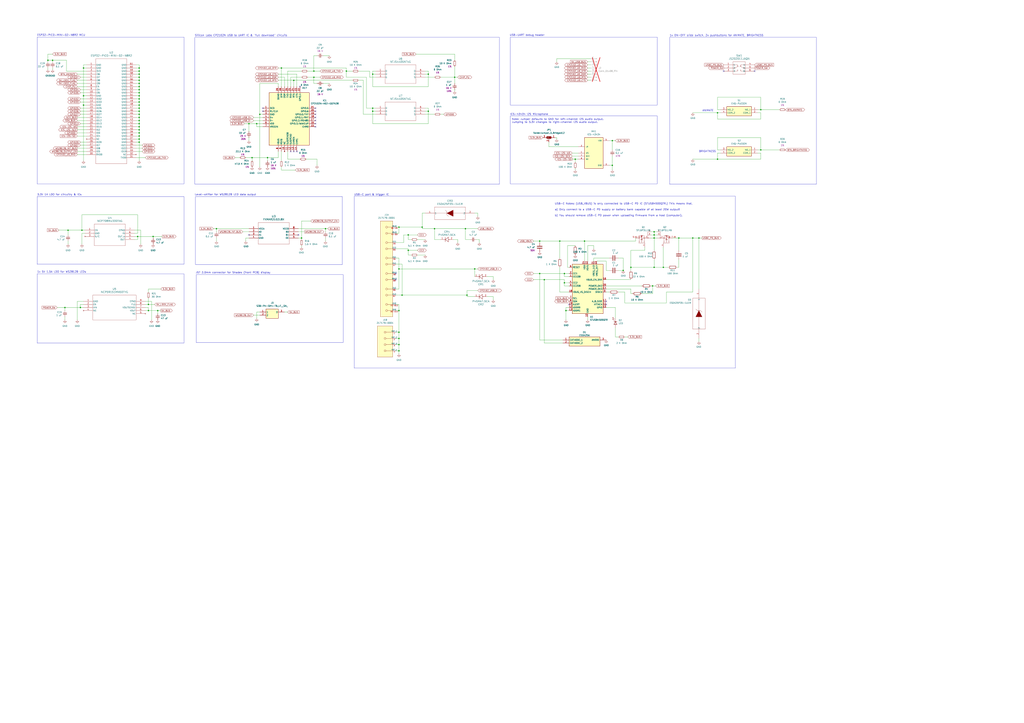
<source format=kicad_sch>
(kicad_sch (version 20231120) (generator "eeschema") (generator_version "8.0")
  (paper "A1")
  (title_block (date "2024-04-02"))
  (junction (at 114.3 101.6))
  (junction (at 537.21 219.71))
  (junction (at 624.84 123.19))
  (junction (at 114.3 88.9))
  (junction (at 247.65 195.58))
  (junction (at 231.14 55.88))
  (junction (at 472.44 130.81))
  (junction (at 327.66 288.29))
  (junction (at 447.04 229.87))
  (junction (at 511.81 222.25))
  (junction (at 177.8 187.96))
  (junction (at 114.3 91.44))
  (junction (at 544.83 219.71))
  (junction (at 327.66 255.27))
  (junction (at 535.94 234.95))
  (junction (at 373.38 63.5))
  (junction (at 39.37 49.53))
  (junction (at 480.06 198.12))
  (junction (at 327.66 278.13))
  (junction (at 463.55 232.41))
  (junction (at 114.3 78.74))
  (junction (at 557.53 195.58))
  (junction (at 382.27 187.96))
  (junction (at 330.2 242.57))
  (junction (at 257.81 63.5))
  (junction (at 327.66 273.05))
  (junction (at 589.28 130.81))
  (junction (at 114.3 71.12))
  (junction (at 114.3 55.88))
  (junction (at 114.3 60.96))
  (junction (at 346.71 186.69))
  (junction (at 121.92 255.27))
  (junction (at 114.3 86.36))
  (junction (at 53.34 252.73))
  (junction (at 335.28 205.74))
  (junction (at 125.73 194.31))
  (junction (at 114.3 68.58))
  (junction (at 213.36 93.98))
  (junction (at 463.55 224.79))
  (junction (at 114.3 106.68))
  (junction (at 114.3 96.52))
  (junction (at 121.92 250.19))
  (junction (at 284.48 58.42))
  (junction (at 537.21 190.5))
  (junction (at 66.04 252.73))
  (junction (at 335.28 193.04))
  (junction (at 383.54 242.57))
  (junction (at 43.18 49.53))
  (junction (at 68.58 78.74))
  (junction (at 537.21 195.58))
  (junction (at 327.66 220.98))
  (junction (at 389.89 220.98))
  (junction (at 502.92 115.57))
  (junction (at 55.88 189.23))
  (junction (at 537.21 193.04))
  (junction (at 257.81 58.42))
  (junction (at 114.3 111.76))
  (junction (at 67.31 189.23))
  (junction (at 219.71 129.54))
  (junction (at 502.92 135.89))
  (junction (at 114.3 114.3))
  (junction (at 624.84 90.17))
  (junction (at 351.79 91.44))
  (junction (at 327.66 186.69))
  (junction (at 210.82 101.6))
  (junction (at 356.87 187.96))
  (junction (at 459.74 198.12))
  (junction (at 204.47 101.6))
  (junction (at 306.07 88.9))
  (junction (at 68.58 86.36))
  (junction (at 114.3 66.04))
  (junction (at 207.01 129.54))
  (junction (at 114.3 83.82))
  (junction (at 114.3 63.5))
  (junction (at 267.335 187.96))
  (junction (at 114.3 76.2))
  (junction (at 114.3 109.22))
  (junction (at 114.3 99.06))
  (junction (at 327.66 283.21))
  (junction (at 518.16 219.71))
  (junction (at 241.3 66.04))
  (junction (at 129.54 255.27))
  (junction (at 568.96 195.58))
  (junction (at 114.3 58.42))
  (junction (at 114.3 104.14))
  (junction (at 114.3 116.84))
  (junction (at 589.28 92.71))
  (junction (at 443.23 198.12))
  (junction (at 464.82 255.27))
  (junction (at 306.07 60.96))
  (junction (at 114.3 73.66))
  (junction (at 574.04 195.58))
  (junction (at 68.58 55.88))
  (junction (at 113.03 194.31))
  (junction (at 443.23 224.79))
  (junction (at 351.79 60.96))
  (junction (at 306.07 91.44))
  (junction (at 114.3 81.28))
  (junction (at 114.3 93.98))
  (no_connect (at 238.76 124.46))
  (no_connect (at 259.08 99.06))
  (no_connect (at 245.11 193.04))
  (no_connect (at 497.84 250.19))
  (no_connect (at 325.12 224.79))
  (no_connect (at 259.08 93.98))
  (no_connect (at 204.47 193.04))
  (no_connect (at 619.76 58.42))
  (no_connect (at 594.36 58.42))
  (no_connect (at 246.38 71.12))
  (no_connect (at 241.3 124.46))
  (no_connect (at 497.84 247.65))
  (no_connect (at 215.9 88.9))
  (no_connect (at 243.84 124.46))
  (no_connect (at 259.08 96.52))
  (no_connect (at 259.08 101.6))
  (no_connect (at 325.12 229.87))
  (no_connect (at 467.36 250.19))
  (no_connect (at 259.08 88.9))
  (no_connect (at 215.9 91.44))
  (no_connect (at 259.08 104.14))
  (no_connect (at 259.08 91.44))
  (wire (pts (xy 66.04 116.84) (xy 71.12 116.84)))
  (wire (pts (xy 66.04 119.38) (xy 71.12 119.38)))
  (wire (pts (xy 624.84 90.17) (xy 624.84 80.01)))
  (wire (pts (xy 459.74 198.12) (xy 480.06 198.12)))
  (wire (pts (xy 502.92 128.27) (xy 502.92 135.89)))
  (wire (pts (xy 55.88 189.23) (xy 67.31 189.23)))
  (wire (pts (xy 124.46 247.65) (xy 124.46 262.89)))
  (wire (pts (xy 114.3 78.74) (xy 114.3 81.28)))
  (wire (pts (xy 624.84 123.19) (xy 624.84 113.03)))
  (wire (pts (xy 113.03 196.85) (xy 110.49 196.85)))
  (wire (pts (xy 327.66 212.09) (xy 327.66 220.98)))
  (wire (pts (xy 63.5 247.65) (xy 68.58 247.65)))
  (wire (pts (xy 231.14 55.88) (xy 284.48 55.88)))
  (wire (pts (xy 469.9 128.27) (xy 474.98 128.27)))
  (wire (pts (xy 467.36 255.27) (xy 464.82 255.27)))
  (wire (pts (xy 111.76 104.14) (xy 114.3 104.14)))
  (wire (pts (xy 114.3 86.36) (xy 114.3 88.9)))
  (wire (pts (xy 447.04 281.94) (xy 447.04 229.87)))
  (wire (pts (xy 500.38 212.09) (xy 487.68 212.09)))
  (wire (pts (xy 231.14 124.46) (xy 231.14 132.08)))
  (wire (pts (xy 114.3 104.14) (xy 114.3 106.68)))
  (wire (pts (xy 308.61 58.42) (xy 306.07 58.42)))
  (wire (pts (xy 111.76 60.96) (xy 114.3 60.96)))
  (wire (pts (xy 63.5 106.68) (xy 71.12 106.68)))
  (wire (pts (xy 624.84 113.03) (xy 589.28 113.03)))
  (wire (pts (xy 383.54 243.84) (xy 389.89 243.84)))
  (wire (pts (xy 537.21 190.5) (xy 539.75 190.5)))
  (wire (pts (xy 114.3 88.9) (xy 114.3 91.44)))
  (wire (pts (xy 294.64 66.04) (xy 298.45 66.04)))
  (wire (pts (xy 68.58 78.74) (xy 68.58 86.36)))
  (wire (pts (xy 382.27 196.85) (xy 382.27 187.96)))
  (wire (pts (xy 63.5 66.04) (xy 71.12 66.04)))
  (wire (pts (xy 467.36 227.33) (xy 463.55 227.33)))
  (wire (pts (xy 589.28 123.19) (xy 591.82 123.19)))
  (wire (pts (xy 485.14 58.42) (xy 482.6 58.42)))
  (wire (pts (xy 327.66 220.98) (xy 389.89 220.98)))
  (wire (pts (xy 342.9 209.55) (xy 349.25 209.55)))
  (wire (pts (xy 325.12 199.39) (xy 331.47 199.39)))
  (wire (pts (xy 505.46 276.86) (xy 508 276.86)))
  (wire (pts (xy 518.16 241.3) (xy 519.43 241.3)))
  (wire (pts (xy 463.55 232.41) (xy 463.55 229.87)))
  (wire (pts (xy 624.84 90.17) (xy 640.08 90.17)))
  (wire (pts (xy 125.73 194.31) (xy 125.73 195.58)))
  (wire (pts (xy 443.23 279.4) (xy 443.23 224.79)))
  (wire (pts (xy 114.3 66.04) (xy 114.3 68.58)))
  (wire (pts (xy 114.3 106.68) (xy 114.3 109.22)))
  (wire (pts (xy 306.07 91.44) (xy 308.61 91.44)))
  (wire (pts (xy 67.31 189.23) (xy 69.85 189.23)))
  (wire (pts (xy 331.47 193.04) (xy 335.28 193.04)))
  (wire (pts (xy 66.04 63.5) (xy 71.12 63.5)))
  (wire (pts (xy 68.58 250.19) (xy 66.04 250.19)))
  (wire (pts (xy 308.61 88.9) (xy 306.07 88.9)))
  (wire (pts (xy 405.13 227.33) (xy 405.13 229.87)))
  (wire (pts (xy 228.6 60.96) (xy 243.84 60.96)))
  (wire (pts (xy 204.47 101.6) (xy 204.47 107.95)))
  (wire (pts (xy 393.7 196.85) (xy 391.16 196.85)))
  (wire (pts (xy 257.81 63.5) (xy 262.89 63.5)))
  (wire (pts (xy 459.74 212.09) (xy 459.74 198.12)))
  (wire (pts (xy 392.43 238.76) (xy 383.54 238.76)))
  (wire (pts (xy 228.6 68.58) (xy 228.6 71.12)))
  (wire (pts (xy 111.76 106.68) (xy 114.3 106.68)))
  (wire (pts (xy 43.18 50.8) (xy 43.18 49.53)))
  (wire (pts (xy 341.63 44.45) (xy 373.38 44.45)))
  (wire (pts (xy 568.96 92.71) (xy 589.28 92.71)))
  (wire (pts (xy 68.58 55.88) (xy 71.12 55.88)))
  (wire (pts (xy 373.38 54.61) (xy 373.38 63.5)))
  (wire (pts (xy 589.28 92.71) (xy 589.28 97.79)))
  (wire (pts (xy 568.96 130.81) (xy 589.28 130.81)))
  (wire (pts (xy 63.5 121.92) (xy 71.12 121.92)))
  (wire (pts (xy 43.18 49.53) (xy 54.61 49.53)))
  (wire (pts (xy 591.82 92.71) (xy 589.28 92.71)))
  (wire (pts (xy 265.43 68.58) (xy 270.51 68.58)))
  (wire (pts (xy 241.3 66.04) (xy 289.56 66.04)))
  (wire (pts (xy 356.87 187.96) (xy 382.27 187.96)))
  (wire (pts (xy 243.84 60.96) (xy 243.84 71.12)))
  (wire (pts (xy 537.21 190.5) (xy 537.21 193.04)))
  (wire (pts (xy 351.79 91.44) (xy 349.25 91.44)))
  (wire (pts (xy 68.58 53.34) (xy 68.58 55.88)))
  (wire (pts (xy 337.82 209.55) (xy 335.28 209.55)))
  (wire (pts (xy 325.12 278.13) (xy 327.66 278.13)))
  (wire (pts (xy 219.71 129.54) (xy 219.71 132.08)))
  (wire (pts (xy 373.38 73.66) (xy 373.38 74.93)))
  (wire (pts (xy 63.5 127) (xy 71.12 127)))
  (wire (pts (xy 624.84 123.19) (xy 640.08 123.19)))
  (wire (pts (xy 111.76 124.46) (xy 116.84 124.46)))
  (wire (pts (xy 55.88 200.66) (xy 55.88 198.12)))
  (wire (pts (xy 111.76 109.22) (xy 114.3 109.22)))
  (wire (pts (xy 111.76 116.84) (xy 114.3 116.84)))
  (wire (pts (xy 121.92 252.73) (xy 121.92 255.27)))
  (wire (pts (xy 238.76 71.12) (xy 238.76 63.5)))
  (wire (pts (xy 71.12 53.34) (xy 68.58 53.34)))
  (wire (pts (xy 482.6 201.93) (xy 487.68 201.93)))
  (wire (pts (xy 260.35 68.58) (xy 257.81 68.58)))
  (wire (pts (xy 537.21 195.58) (xy 537.21 205.74)))
  (wire (pts (xy 467.36 252.73) (xy 464.82 252.73)))
  (wire (pts (xy 252.73 58.42) (xy 257.81 58.42)))
  (wire (pts (xy 349.25 63.5) (xy 356.87 63.5)))
  (wire (pts (xy 247.65 195.58) (xy 247.65 196.85)))
  (wire (pts (xy 121.92 237.49) (xy 132.08 237.49)))
  (wire (pts (xy 508 240.03) (xy 513.08 240.03)))
  (wire (pts (xy 485.14 55.88) (xy 482.6 55.88)))
  (wire (pts (xy 330.2 217.17) (xy 330.2 242.57)))
  (wire (pts (xy 443.23 198.12) (xy 459.74 198.12)))
  (wire (pts (xy 68.58 86.36) (xy 71.12 86.36)))
  (wire (pts (xy 574.04 195.58) (xy 576.58 195.58)))
  (wire (pts (xy 306.07 101.6) (xy 351.79 101.6)))
  (wire (pts (xy 114.3 76.2) (xy 114.3 78.74)))
  (wire (pts (xy 241.3 66.04) (xy 241.3 71.12)))
  (wire (pts (xy 450.85 116.84) (xy 450.85 120.65)))
  (wire (pts (xy 114.3 60.96) (xy 114.3 63.5)))
  (wire (pts (xy 361.95 196.85) (xy 356.87 196.85)))
  (wire (pts (xy 462.28 279.4) (xy 443.23 279.4)))
  (wire (pts (xy 67.31 189.23) (xy 67.31 176.53)))
  (wire (pts (xy 233.68 256.54) (xy 236.22 256.54)))
  (wire (pts (xy 111.76 99.06) (xy 114.3 99.06)))
  (wire (pts (xy 111.76 71.12) (xy 114.3 71.12)))
  (wire (pts (xy 210.82 256.54) (xy 210.82 261.62)))
  (wire (pts (xy 113.03 194.31) (xy 125.73 194.31)))
  (wire (pts (xy 238.76 63.5) (xy 247.65 63.5)))
  (wire (pts (xy 521.97 198.12) (xy 521.97 195.58)))
  (wire (pts (xy 534.67 234.95) (xy 535.94 234.95)))
  (wire (pts (xy 207.01 129.54) (xy 207.01 132.08)))
  (wire (pts (xy 325.12 186.69) (xy 327.66 186.69)))
  (wire (pts (xy 43.18 44.45) (xy 39.37 44.45)))
  (wire (pts (xy 459.74 219.71) (xy 459.74 240.03)))
  (wire (pts (xy 119.38 247.65) (xy 124.46 247.65)))
  (wire (pts (xy 518.16 205.74) (xy 518.16 219.71)))
  (wire (pts (xy 537.21 193.04) (xy 537.21 195.58)))
  (wire (pts (xy 589.28 97.79) (xy 624.84 97.79)))
  (wire (pts (xy 518.16 219.71) (xy 537.21 219.71)))
  (wire (pts (xy 462.28 281.94) (xy 447.04 281.94)))
  (wire (pts (xy 457.2 48.26) (xy 485.14 48.26)))
  (wire (pts (xy 245.11 190.5) (xy 250.19 190.5)))
  (wire (pts (xy 66.04 252.73) (xy 68.58 252.73)))
  (wire (pts (xy 53.34 252.73) (xy 66.04 252.73)))
  (wire (pts (xy 114.3 73.66) (xy 114.3 76.2)))
  (wire (pts (xy 114.3 91.44) (xy 114.3 93.98)))
  (wire (pts (xy 219.71 129.54) (xy 228.6 129.54)))
  (wire (pts (xy 351.79 71.12) (xy 351.79 60.96)))
  (wire (pts (xy 236.22 58.42) (xy 236.22 71.12)))
  (wire (pts (xy 53.34 255.27) (xy 53.34 252.73)))
  (wire (pts (xy 534.67 193.04) (xy 537.21 193.04)))
  (wire (pts (xy 537.21 195.58) (xy 539.75 195.58)))
  (wire (pts (xy 43.18 57.15) (xy 43.18 55.88)))
  (wire (pts (xy 624.84 97.79) (xy 624.84 92.71)))
  (wire (pts (xy 39.37 57.15) (xy 39.37 55.88)))
  (wire (pts (xy 502.92 115.57) (xy 505.46 115.57)))
  (wire (pts (xy 63.5 262.89) (xy 63.5 247.65)))
  (wire (pts (xy 535.94 241.3) (xy 527.05 241.3)))
  (wire (pts (xy 111.76 58.42) (xy 114.3 58.42)))
  (wire (pts (xy 111.76 101.6) (xy 114.3 101.6)))
  (wire (pts (xy 330.2 242.57) (xy 383.54 242.57)))
  (wire (pts (xy 464.82 255.27) (xy 464.82 262.89)))
  (wire (pts (xy 325.12 283.21) (xy 327.66 283.21)))
  (wire (pts (xy 300.99 63.5) (xy 284.48 63.5)))
  (wire (pts (xy 111.76 73.66) (xy 114.3 73.66)))
  (wire (pts (xy 125.73 194.31) (xy 133.35 194.31)))
  (wire (pts (xy 463.55 224.79) (xy 467.36 224.79)))
  (wire (pts (xy 210.82 104.14) (xy 210.82 101.6)))
  (wire (pts (xy 346.71 175.26) (xy 346.71 186.69)))
  (wire (pts (xy 114.3 83.82) (xy 114.3 86.36)))
  (wire (pts (xy 327.66 273.05) (xy 327.66 278.13)))
  (wire (pts (xy 405.13 243.84) (xy 405.13 246.38)))
  (wire (pts (xy 114.3 63.5) (xy 114.3 66.04)))
  (wire (pts (xy 246.38 130.81) (xy 236.22 130.81)))
  (wire (pts (xy 201.93 195.58) (xy 201.93 198.12)))
  (wire (pts (xy 39.37 44.45) (xy 39.37 49.53)))
  (wire (pts (xy 537.21 213.36) (xy 537.21 219.71)))
  (wire (pts (xy 447.04 229.87) (xy 463.55 229.87)))
  (wire (pts (xy 228.6 55.88) (xy 231.14 55.88)))
  (wire (pts (xy 66.04 88.9) (xy 71.12 88.9)))
  (wire (pts (xy 119.38 252.73) (xy 121.92 252.73)))
  (wire (pts (xy 121.92 245.11) (xy 121.92 250.19)))
  (wire (pts (xy 535.94 234.95) (xy 535.94 241.3)))
  (wire (pts (xy 111.76 88.9) (xy 114.3 88.9)))
  (wire (pts (xy 544.83 219.71) (xy 548.64 219.71)))
  (wire (pts (xy 327.66 186.69) (xy 346.71 186.69)))
  (wire (pts (xy 485.14 63.5) (xy 482.6 63.5)))
  (wire (pts (xy 518.16 241.3) (xy 518.16 237.49)))
  (wire (pts (xy 257.81 45.72) (xy 257.81 58.42)))
  (wire (pts (xy 63.5 104.14) (xy 71.12 104.14)))
  (wire (pts (xy 129.54 257.81) (xy 129.54 255.27)))
  (wire (pts (xy 267.335 187.96) (xy 269.24 187.96)))
  (wire (pts (xy 624.84 125.73) (xy 622.3 125.73)))
  (wire (pts (xy 335.28 205.74) (xy 342.9 205.74)))
  (wire (pts (xy 215.9 93.98) (xy 213.36 93.98)))
  (wire (pts (xy 443.23 224.79) (xy 463.55 224.79)))
  (wire (pts (xy 231.14 139.7) (xy 231.14 137.16)))
  (wire (pts (xy 505.46 261.62) (xy 505.46 252.73)))
  (wire (pts (xy 66.04 250.19) (xy 66.04 252.73)))
  (wire (pts (xy 497.84 234.95) (xy 527.05 234.95)))
  (wire (pts (xy 177.8 187.96) (xy 177.8 190.5)))
  (wire (pts (xy 267.335 195.58) (xy 267.335 198.12)))
  (wire (pts (xy 557.53 195.58) (xy 568.96 195.58)))
  (wire (pts (xy 294.64 58.42) (xy 303.53 58.42)))
  (wire (pts (xy 210.82 101.6) (xy 215.9 101.6)))
  (wire (pts (xy 298.45 66.04) (xy 298.45 93.98)))
  (wire (pts (xy 111.76 68.58) (xy 114.3 68.58)))
  (wire (pts (xy 469.9 130.81) (xy 472.44 130.81)))
  (wire (pts (xy 245.11 187.96) (xy 267.335 187.96)))
  (wire (pts (xy 267.335 187.96) (xy 267.335 190.5)))
  (wire (pts (xy 306.07 60.96) (xy 308.61 60.96)))
  (wire (pts (xy 204.47 195.58) (xy 201.93 195.58)))
  (wire (pts (xy 111.76 111.76) (xy 114.3 111.76)))
  (wire (pts (xy 111.76 63.5) (xy 114.3 63.5)))
  (wire (pts (xy 463.55 227.33) (xy 463.55 224.79)))
  (wire (pts (xy 66.04 83.82) (xy 71.12 83.82)))
  (wire (pts (xy 547.37 248.92) (xy 547.37 240.03)))
  (wire (pts (xy 111.76 93.98) (xy 114.3 93.98)))
  (wire (pts (xy 557.53 219.71) (xy 557.53 213.36)))
  (wire (pts (xy 113.03 176.53) (xy 113.03 191.77)))
  (wire (pts (xy 247.65 58.42) (xy 236.22 58.42)))
  (wire (pts (xy 375.92 196.85) (xy 372.11 196.85)))
  (wire (pts (xy 119.38 250.19) (xy 121.92 250.19)))
  (wire (pts (xy 342.9 196.85) (xy 349.25 196.85)))
  (wire (pts (xy 556.26 219.71) (xy 557.53 219.71)))
  (wire (pts (xy 111.76 91.44) (xy 114.3 91.44)))
  (wire (pts (xy 325.12 255.27) (xy 327.66 255.27)))
  (wire (pts (xy 487.68 212.09) (xy 487.68 214.63)))
  (wire (pts (xy 245.11 195.58) (xy 247.65 195.58)))
  (wire (pts (xy 114.3 68.58) (xy 114.3 71.12)))
  (wire (pts (xy 467.36 234.95) (xy 463.55 234.95)))
  (wire (pts (xy 351.79 101.6) (xy 351.79 91.44)))
  (wire (pts (xy 111.76 81.28) (xy 114.3 81.28)))
  (wire (pts (xy 308.61 93.98) (xy 298.45 93.98)))
  (wire (pts (xy 513.08 276.86) (xy 515.62 276.86)))
  (wire (pts (xy 331.47 199.39) (xy 331.47 193.04)))
  (wire (pts (xy 325.12 250.19) (xy 327.66 250.19)))
  (wire (pts (xy 208.28 259.08) (xy 213.36 259.08)))
  (wire (pts (xy 443.23 198.12) (xy 443.23 199.39)))
  (wire (pts (xy 114.3 93.98) (xy 114.3 96.52)))
  (wire (pts (xy 121.92 255.27) (xy 129.54 255.27)))
  (wire (pts (xy 114.3 53.34) (xy 114.3 55.88)))
  (wire (pts (xy 265.43 45.72) (xy 270.51 45.72)))
  (wire (pts (xy 325.12 217.17) (xy 330.2 217.17)))
  (wire (pts (xy 110.49 189.23) (xy 115.57 189.23)))
  (wire (pts (xy 114.3 101.6) (xy 114.3 104.14)))
  (wire (pts (xy 308.61 63.5) (xy 303.53 63.5)))
  (wire (pts (xy 511.81 212.09) (xy 511.81 222.25)))
  (wire (pts (xy 53.34 262.89) (xy 53.34 260.35)))
  (wire (pts (xy 505.46 252.73) (xy 497.84 252.73)))
  (wire (pts (xy 63.5 71.12) (xy 71.12 71.12)))
  (wire (pts (xy 589.28 125.73) (xy 589.28 130.81)))
  (wire (pts (xy 114.3 116.84) (xy 114.3 132.08)))
  (wire (pts (xy 111.76 129.54) (xy 119.38 129.54)))
  (wire (pts (xy 361.95 63.5) (xy 373.38 63.5)))
  (wire (pts (xy 485.14 50.8) (xy 482.6 50.8)))
  (wire (pts (xy 63.5 109.22) (xy 71.12 109.22)))
  (wire (pts (xy 325.12 212.09) (xy 327.66 212.09)))
  (wire (pts (xy 485.14 53.34) (xy 482.6 53.34)))
  (wire (pts (xy 213.36 68.58) (xy 228.6 68.58)))
  (wire (pts (xy 63.5 111.76) (xy 71.12 111.76)))
  (wire (pts (xy 508 212.09) (xy 511.81 212.09)))
  (wire (pts (xy 327.66 255.27) (xy 327.66 273.05)))
  (wire (pts (xy 114.3 111.76) (xy 114.3 114.3)))
  (wire (pts (xy 228.6 63.5) (xy 233.68 63.5)))
  (wire (pts (xy 228.6 66.04) (xy 241.3 66.04)))
  (wire (pts (xy 464.82 252.73) (xy 464.82 255.27)))
  (wire (pts (xy 327.66 288.29) (xy 327.66 290.83)))
  (wire (pts (xy 589.28 80.01) (xy 589.28 90.17)))
  (wire (pts (xy 201.93 129.54) (xy 207.01 129.54)))
  (wire (pts (xy 337.82 196.85) (xy 335.28 196.85)))
  (wire (pts (xy 66.04 91.44) (xy 71.12 91.44)))
  (wire (pts (xy 497.84 222.25) (xy 500.38 222.25)))
  (wire (pts (xy 327.66 191.77) (xy 325.12 191.77)))
  (wire (pts (xy 505.46 269.24) (xy 505.46 276.86)))
  (wire (pts (xy 534.67 190.5) (xy 537.21 190.5)))
  (wire (pts (xy 487.68 201.93) (xy 487.68 204.47)))
  (wire (pts (xy 257.81 68.58) (xy 257.81 63.5)))
  (wire (pts (xy 361.95 93.98) (xy 364.49 93.98)))
  (wire (pts (xy 66.04 101.6) (xy 71.12 101.6)))
  (wire (pts (xy 485.14 66.04) (xy 482.6 66.04)))
  (wire (pts (xy 68.58 55.88) (xy 68.58 78.74)))
  (wire (pts (xy 66.04 81.28) (xy 71.12 81.28)))
  (wire (pts (xy 208.28 96.52) (xy 215.9 96.52)))
  (wire (pts (xy 568.96 240.03) (xy 568.96 195.58)))
  (wire (pts (xy 624.84 92.71) (xy 622.3 92.71)))
  (wire (pts (xy 67.31 176.53) (xy 113.03 176.53)))
  (wire (pts (xy 382.27 187.96) (xy 392.43 187.96)))
  (wire (pts (xy 463.55 234.95) (xy 463.55 232.41)))
  (wire (pts (xy 306.07 88.9) (xy 306.07 91.44)))
  (wire (pts (xy 66.04 76.2) (xy 71.12 76.2)))
  (wire (pts (xy 466.09 219.71) (xy 466.09 201.93)))
  (wire (pts (xy 284.48 63.5) (xy 284.48 58.42)))
  (wire (pts (xy 247.65 195.58) (xy 247.65 181.61)))
  (wire (pts (xy 574.04 195.58) (xy 574.04 237.49)))
  (wire (pts (xy 455.93 113.03) (xy 457.2 113.03)))
  (wire (pts (xy 111.76 76.2) (xy 114.3 76.2)))
  (wire (pts (xy 200.66 101.6) (xy 204.47 101.6)))
  (wire (pts (xy 327.66 237.49) (xy 325.12 237.49)))
  (wire (pts (xy 490.22 214.63) (xy 497.84 214.63)))
  (wire (pts (xy 351.79 58.42) (xy 349.25 58.42)))
  (wire (pts (xy 111.76 86.36) (xy 114.3 86.36)))
  (wire (pts (xy 463.55 232.41) (xy 467.36 232.41)))
  (wire (pts (xy 236.22 130.81) (xy 236.22 124.46)))
  (wire (pts (xy 119.38 255.27) (xy 121.92 255.27)))
  (wire (pts (xy 383.54 242.57) (xy 383.54 238.76)))
  (wire (pts (xy 260.35 45.72) (xy 257.81 45.72)))
  (wire (pts (xy 342.9 193.04) (xy 335.28 193.04)))
  (wire (pts (xy 327.66 283.21) (xy 327.66 288.29)))
  (wire (pts (xy 325.12 288.29) (xy 327.66 288.29)))
  (wire (pts (xy 204.47 113.03) (xy 204.47 115.57)))
  (wire (pts (xy 110.49 194.31) (xy 113.03 194.31)))
  (wire (pts (xy 39.37 50.8) (xy 39.37 49.53)))
  (wire (pts (xy 389.89 220.98) (xy 389.89 227.33)))
  (wire (pts (xy 502.92 115.57) (xy 502.92 123.19)))
  (wire (pts (xy 537.21 193.04) (xy 539.75 193.04)))
  (wire (pts (xy 485.14 60.96) (xy 482.6 60.96)))
  (wire (pts (xy 113.03 191.77) (xy 110.49 191.77)))
  (wire (pts (xy 68.58 86.36) (xy 68.58 132.08)))
  (wire (pts (xy 300.99 88.9) (xy 306.07 88.9)))
  (wire (pts (xy 175.26 187.96) (xy 177.8 187.96)))
  (wire (pts (xy 568.96 195.58) (xy 574.04 195.58)))
  (wire (pts (xy 624.84 130.81) (xy 624.84 125.73)))
  (wire (pts (xy 327.66 278.13) (xy 327.66 283.21)))
  (wire (pts (xy 552.45 195.58) (xy 557.53 195.58)))
  (wire (pts (xy 284.48 58.42) (xy 284.48 55.88)))
  (wire (pts (xy 111.76 119.38) (xy 116.84 119.38)))
  (wire (pts (xy 589.28 113.03) (xy 589.28 123.19)))
  (wire (pts (xy 356.87 196.85) (xy 356.87 187.96)))
  (wire (pts (xy 252.73 63.5) (xy 257.81 63.5)))
  (wire (pts (xy 373.38 63.5) (xy 373.38 68.58)))
  (wire (pts (xy 466.09 219.71) (xy 467.36 219.71)))
  (wire (pts (xy 233.68 63.5) (xy 233.68 71.12)))
  (wire (pts (xy 251.46 130.81) (xy 260.35 130.81)))
  (wire (pts (xy 284.48 58.42) (xy 289.56 58.42)))
  (wire (pts (xy 547.37 240.03) (xy 568.96 240.03)))
  (wire (pts (xy 115.57 189.23) (xy 115.57 200.66)))
  (wire (pts (xy 591.82 125.73) (xy 589.28 125.73)))
  (wire (pts (xy 260.35 130.81) (xy 260.35 135.89)))
  (wire (pts (xy 114.3 114.3) (xy 114.3 116.84)))
  (wire (pts (xy 327.66 220.98) (xy 327.66 237.49)))
  (wire (pts (xy 335.28 204.47) (xy 335.28 205.74)))
  (wire (pts (xy 114.3 96.52) (xy 114.3 99.06)))
  (wire (pts (xy 114.3 71.12) (xy 114.3 73.66)))
  (wire (pts (xy 349.25 175.26) (xy 346.71 175.26)))
  (wire (pts (xy 482.6 262.89) (xy 482.6 260.35)))
  (wire (pts (xy 574.04 280.67) (xy 574.04 278.13)))
  (wire (pts (xy 54.61 49.53) (xy 54.61 58.42)))
  (wire (pts (xy 54.61 58.42) (xy 71.12 58.42)))
  (wire (pts (xy 68.58 78.74) (xy 71.12 78.74)))
  (wire (pts (xy 500.38 240.03) (xy 497.84 240.03)))
  (wire (pts (xy 121.92 250.19) (xy 127 250.19)))
  (wire (pts (xy 327.66 186.69) (xy 327.66 191.77)))
  (wire (pts (xy 111.76 83.82) (xy 114.3 83.82)))
  (wire (pts (xy 66.04 93.98) (xy 71.12 93.98)))
  (wire (pts (xy 114.3 109.22) (xy 114.3 111.76)))
  (wire (pts (xy 330.2 242.57) (xy 325.12 242.57)))
  (wire (pts (xy 213.36 93.98) (xy 213.36 137.16)))
  (wire (pts (xy 63.5 99.06) (xy 71.12 99.06)))
  (wire (pts (xy 502.92 135.89) (xy 502.92 139.7)))
  (wire (pts (xy 624.84 80.01) (xy 589.28 80.01)))
  (wire (pts (xy 497.84 229.87) (xy 518.16 229.87)))
  (wire (pts (xy 67.31 191.77) (xy 67.31 200.66)))
  (wire (pts (xy 111.76 78.74) (xy 114.3 78.74)))
  (wire (pts (xy 63.5 60.96) (xy 71.12 60.96)))
  (wire (pts (xy 327.66 250.19) (xy 327.66 255.27)))
  (wire (pts (xy 335.28 193.04) (xy 335.28 196.85)))
  (wire (pts (xy 518.16 219.71) (xy 518.16 222.25)))
  (wire (pts (xy 529.59 203.2) (xy 529.59 205.74)))
  (wire (pts (xy 537.21 219.71) (xy 544.83 219.71)))
  (wire (pts (xy 111.76 114.3) (xy 114.3 114.3)))
  (wire (pts (xy 121.92 240.03) (xy 121.92 237.49)))
  (wire (pts (xy 306.07 71.12) (xy 351.79 71.12)))
  (wire (pts (xy 529.59 205.74) (xy 518.16 205.74)))
  (wire (pts (xy 208.28 99.06) (xy 215.9 99.06)))
  (wire (pts (xy 472.44 130.81) (xy 474.98 130.81)))
  (wire (pts (xy 544.83 203.2) (xy 544.83 219.71)))
  (wire (pts (xy 111.76 121.92) (xy 116.84 121.92)))
  (wire (pts (xy 325.12 273.05) (xy 327.66 273.05)))
  (wire (pts (xy 373.38 63.5) (xy 375.92 63.5)))
  (wire (pts (xy 177.8 195.58) (xy 177.8 198.12)))
  (wire (pts (xy 482.6 214.63) (xy 482.6 201.93)))
  (wire (pts (xy 325.12 204.47) (xy 335.28 204.47)))
  (wire (pts (xy 303.53 63.5) (xy 303.53 58.42)))
  (wire (pts (xy 508 222.25) (xy 511.81 222.25)))
  (wire (pts (xy 500.38 115.57) (xy 502.92 115.57)))
  (wire (pts (xy 392.43 220.98) (xy 389.89 220.98)))
  (wire (pts (xy 351.79 88.9) (xy 351.79 91.44)))
  (wire (pts (xy 257.81 58.42) (xy 262.89 58.42)))
  (wire (pts (xy 346.71 187.96) (xy 356.87 187.96)))
  (wire (pts (xy 457.2 50.8) (xy 457.2 48.26)))
  (wire (pts (xy 459.74 240.03) (xy 467.36 240.03)))
  (wire (pts (xy 405.13 243.84) (xy 400.05 243.84)))
  (wire (pts (xy 48.26 189.23) (xy 55.88 189.23)))
  (wire (pts (xy 400.05 227.33) (xy 405.13 227.33)))
  (wire (pts (xy 557.53 195.58) (xy 557.53 205.74)))
  (wire (pts (xy 392.43 175.26) (xy 392.43 177.8)))
  (wire (pts (xy 589.28 130.81) (xy 624.84 130.81)))
  (wire (pts (xy 63.5 68.58) (xy 71.12 68.58)))
  (wire (pts (xy 457.2 113.03) (xy 457.2 114.3)))
  (wire (pts (xy 472.44 130.81) (xy 472.44 133.35)))
  (wire (pts (xy 622.3 90.17) (xy 624.84 90.17)))
  (wire (pts (xy 306.07 91.44) (xy 306.07 101.6)))
  (wire (pts (xy 622.3 123.19) (xy 624.84 123.19)))
  (wire (pts (xy 513.08 240.03) (xy 513.08 248.92)))
  (wire (pts (xy 63.5 96.52) (xy 71.12 96.52)))
  (wire (pts (xy 535.94 234.95) (xy 538.48 234.95)))
  (wire (pts (xy 513.08 248.92) (xy 547.37 248.92)))
  (wire (pts (xy 469.9 125.73) (xy 474.98 125.73)))
  (wire (pts (xy 497.84 214.63) (xy 497.84 222.25)))
  (wire (pts (xy 114.3 58.42) (xy 114.3 60.96)))
  (wire (pts (xy 450.85 120.65) (xy 474.98 120.65)))
  (wire (pts (xy 306.07 58.42) (xy 306.07 60.96)))
  (wire (pts (xy 113.03 194.31) (xy 113.03 196.85)))
  (wire (pts (xy 46.99 252.73) (xy 53.34 252.73)))
  (wire (pts (xy 300.99 63.5) (xy 300.99 88.9)))
  (wire (pts (xy 111.76 66.04) (xy 114.3 66.04)))
  (wire (pts (xy 247.65 181.61) (xy 255.27 181.61)))
  (wire (pts (xy 193.04 129.54) (xy 196.85 129.54)))
  (wire (pts (xy 228.6 129.54) (xy 228.6 124.46)))
  (wire (pts (xy 129.54 255.27) (xy 132.08 255.27)))
  (wire (pts (xy 114.3 81.28) (xy 114.3 83.82)))
  (wire (pts (xy 111.76 96.52) (xy 114.3 96.52)))
  (wire (pts (xy 472.44 138.43) (xy 472.44 139.7)))
  (wire (pts (xy 114.3 99.06) (xy 114.3 101.6)))
  (wire (pts (xy 111.76 55.88) (xy 114.3 55.88)))
  (wire (pts (xy 247.65 201.93) (xy 247.65 203.2)))
  (wire (pts (xy 534.67 195.58) (xy 537.21 195.58)))
  (wire (pts (xy 500.38 135.89) (xy 502.92 135.89)))
  (wire (pts (xy 480.06 198.12) (xy 480.06 214.63)))
  (wire (pts (xy 386.08 196.85) (xy 382.27 196.85)))
  (wire (pts (xy 438.15 224.79) (xy 443.23 224.79)))
  (wire (pts (xy 393.7 196.85) (xy 393.7 199.39)))
  (wire (pts (xy 215.9 104.14) (xy 210.82 104.14)))
  (wire (pts (xy 518.16 237.49) (xy 497.84 237.49)))
  (wire (pts (xy 177.8 187.96) (xy 204.47 187.96)))
  (wire (pts (xy 213.36 93.98) (xy 213.36 68.58)))
  (wire (pts (xy 114.3 55.88) (xy 114.3 58.42)))
  (wire (pts (xy 466.09 201.93) (xy 472.44 201.93)))
  (wire (pts (xy 204.47 101.6) (xy 210.82 101.6)))
  (wire (pts (xy 231.14 55.88) (xy 231.14 71.12)))
  (wire (pts (xy 335.28 209.55) (xy 335.28 205.74)))
  (wire (pts (xy 349.25 60.96) (xy 351.79 60.96)))
  (wire (pts (xy 389.89 175.26) (xy 392.43 175.26)))
  (wire (pts (xy 207.01 129.54) (xy 219.71 129.54)))
  (wire (pts (xy 242.57 139.7) (xy 231.14 139.7)))
  (wire (pts (xy 55.88 189.23) (xy 55.88 193.04)))
  (wire (pts (xy 375.92 199.39) (xy 375.92 196.85)))
  (wire (pts (xy 349.25 88.9) (xy 351.79 88.9)))
  (wire (pts (xy 383.54 242.57) (xy 383.54 243.84)))
  (wire (pts (xy 351.79 60.96) (xy 351.79 58.42)))
  (wire (pts (xy 63.5 124.46) (xy 71.12 124.46)))
  (wire (pts (xy 306.07 60.96) (xy 306.07 71.12)))
  (wire (pts (xy 213.36 256.54) (xy 210.82 256.54)))
  (wire (pts (xy 373.38 44.45) (xy 373.38 49.53)))
  (wire (pts (xy 69.85 191.77) (xy 67.31 191.77)))
  (wire (pts (xy 66.04 73.66) (xy 71.12 73.66)))
  (wire (pts (xy 39.37 49.53) (xy 43.18 49.53)))
  (wire (pts (xy 589.28 90.17) (xy 591.82 90.17)))
  (wire (pts (xy 438.15 198.12) (xy 443.23 198.12)))
  (wire (pts (xy 480.06 198.12) (xy 521.97 198.12)))
  (wire (pts (xy 349.25 93.98) (xy 356.87 93.98)))
  (wire (pts (xy 346.71 186.69) (xy 346.71 187.96)))
  (wire (pts (xy 199.39 190.5) (xy 204.47 190.5)))
  (wire (pts (xy 111.76 53.34) (xy 114.3 53.34)))
  (wire (pts (xy 438.15 229.87) (xy 447.04 229.87)))
  (rectangle (start 160.528 161.544) (end 281.178 217.424))
  (rectangle (start 30.48 161.544) (end 151.13 217.17))
  (rectangle (start 160.02 30.734) (end 410.21 151.384))
  (rectangle (start 549.91 30.734) (end 670.56 151.384))
  (rectangle (start 419.1 30.48) (end 539.75 86.36))
  (rectangle (start 161.163 225.679) (end 281.813 281.559))
  (rectangle (start 30.48 225.044) (end 151.13 281.94))
  (rectangle (start 290.83 161.29) (end 604.012 302.514))
  (rectangle (start 419.1 95.25) (end 539.75 151.13))
  (rectangle (start 30.48 30.48) (end 151.13 151.13))
  (text "JST 2.0mm connector for Shades (front PCB) display" (at 160.655 224.155 0) (effects (font (size 1.5 1.5)) (justify left)))
  (text "USB-C Notes: (USB_VBUS) is only connected to USB-C PD IC (STUSB4500QTR.) This means that,\n\na) Only connect to a USB-C PD supply or battery bank capable of at least 20W output!\n\nb) You should remove USB-C PD power when uploading firmware from a host (computer)." (at 455.676 178.054 0) (effects (font (size 1.5 1.5)) (justify left bottom)))
  (text "Silicon Labs CP2102N USB to UART IC & \"full download\" circuits" (at 160.02 29.21 0) (effects (font (size 1.5 1.5)) (justify left)))
  (text "1x 5V 1.5A LDO for WS2812B LEDs" (at 30.48 223.52 0) (effects (font (size 1.5 1.5)) (justify left)))
  (text "USB-C port & trigger IC" (at 290.83 160.02 0) (effects (font (size 1.5 1.5)) (justify left)))
  (text "Note: Jumper defaults to GND for left-channel I2S audio output.\nJumping to 3.3V changes to right-channel I2S audio output." (at 420.37 99.314 0) (effects (font (size 1.5 1.5)) (justify left)))
  (text "ANIMATE" (at 576.834 90.932 0) (effects (font (size 1.5 1.5)) (justify left)))
  (text "ICS-43434 I2S Microphone" (at 418.846 93.98 0) (effects (font (size 1.5 1.5)) (justify left)))
  (text "Level-shifter for WS2812B LED data output" (at 160.02 160.02 0) (effects (font (size 1.5 1.5)) (justify left)))
  (text "3.3V 1A LDO for circuitry & ICs" (at 30.48 160.02 0) (effects (font (size 1.5 1.5)) (justify left)))
  (text "ESP32-PICO-MINI-02-N8R2 MCU" (at 30.48 28.956 0) (effects (font (size 1.5 1.5)) (justify left)))
  (text "BRIGHTNESS" (at 574.04 124.46 0) (effects (font (size 1.5 1.5)) (justify left)))
  (text "USB-UART debug header" (at 418.592 28.956 0) (effects (font (size 1.5 1.5)) (justify left)))
  (text "1x ON-OFF slide switch, 2x pushbuttons for ANIMATE, BRIGHTNESS" (at 549.91 29.21 0) (effects (font (size 1.5 1.5)) (justify left)))
  (global_label "3.3V_BUS" (shape input) (at 538.48 234.95 0) (property "Intersheetrefs" "${INTERSHEET_REFS}" (effects (hide yes))))
  (global_label "GPIO07" (shape bidirectional) (at 66.04 119.38 180) (property "Intersheetrefs" "${INTERSHEET_REFS}" (effects (hide yes))))
  (global_label "ICS-I2S-WS" (shape input) (at 469.9 125.73 180) (property "Intersheetrefs" "${INTERSHEET_REFS}" (effects (hide yes))))
  (global_label "GPIO33" (shape bidirectional) (at 66.04 83.82 180) (property "Intersheetrefs" "${INTERSHEET_REFS}" (effects (hide yes))))
  (global_label "CP2102_U0_TXD" (shape bidirectional) (at 119.38 129.54 0) (property "Intersheetrefs" "${INTERSHEET_REFS}" (effects (hide yes))))
  (global_label "3.3V_BUS" (shape input) (at 505.46 115.57 0) (property "Intersheetrefs" "${INTERSHEET_REFS}" (effects (hide yes))))
  (global_label "SDA_BUS" (shape bidirectional) (at 63.5 99.06 180) (property "Intersheetrefs" "${INTERSHEET_REFS}" (effects (hide yes))))
  (global_label "CP2102_U0_DTR" (shape bidirectional) (at 482.6 58.42 180) (property "Intersheetrefs" "${INTERSHEET_REFS}" (effects (hide yes))))
  (global_label "CP2102_U0_RXD" (shape bidirectional) (at 482.6 55.88 180) (property "Intersheetrefs" "${INTERSHEET_REFS}" (effects (hide yes))))
  (global_label "3.3V_BUS" (shape input) (at 175.26 187.96 180) (property "Intersheetrefs" "${INTERSHEET_REFS}" (effects (hide yes))))
  (global_label "USB_VBUS" (shape bidirectional) (at 392.43 187.96 0) (property "Intersheetrefs" "${INTERSHEET_REFS}" (effects (hide yes))))
  (global_label "3.3V_BUS" (shape input) (at 515.62 276.86 0) (property "Intersheetrefs" "${INTERSHEET_REFS}" (effects (hide yes))))
  (global_label "WS2812B_INT_BUS" (shape input) (at 199.39 190.5 180) (property "Intersheetrefs" "${INTERSHEET_REFS}" (effects (hide yes))))
  (global_label "5V_BUS" (shape input) (at 193.04 129.54 180) (property "Intersheetrefs" "${INTERSHEET_REFS}" (effects (hide yes))))
  (global_label "WS2812B_OUTPUT_EN" (shape output) (at 63.5 124.46 180) (property "Intersheetrefs" "${INTERSHEET_REFS}" (effects (hide yes))))
  (global_label "CP2102_U0_DTR" (shape bidirectional) (at 228.6 55.88 180) (property "Intersheetrefs" "${INTERSHEET_REFS}" (effects (hide yes))))
  (global_label "5V_BUS" (shape input) (at 269.24 187.96 0) (property "Intersheetrefs" "${INTERSHEET_REFS}" (effects (hide yes))))
  (global_label "5V_LDO1_FLAG" (shape bidirectional) (at 63.5 66.04 180) (property "Intersheetrefs" "${INTERSHEET_REFS}" (effects (hide yes))))
  (global_label "ICS-I2S-SD" (shape input) (at 63.5 111.76 180) (property "Intersheetrefs" "${INTERSHEET_REFS}" (effects (hide yes))))
  (global_label "3.3V_BUS" (shape input) (at 43.18 44.45 0) (property "Intersheetrefs" "${INTERSHEET_REFS}" (effects (hide yes))))
  (global_label "GPIO37" (shape bidirectional) (at 66.04 63.5 180) (property "Intersheetrefs" "${INTERSHEET_REFS}" (effects (hide yes))))
  (global_label "WS2812B_INT_BUS" (shape output) (at 63.5 121.92 180) (property "Intersheetrefs" "${INTERSHEET_REFS}" (effects (hide yes))))
  (global_label "GPIO00" (shape bidirectional) (at 364.49 93.98 0) (property "Intersheetrefs" "${INTERSHEET_REFS}" (effects (hide yes))))
  (global_label "SDA_BUS" (shape bidirectional) (at 467.36 247.65 180) (property "Intersheetrefs" "${INTERSHEET_REFS}" (effects (hide yes))))
  (global_label "CP2102_U0_RTS" (shape bidirectional) (at 228.6 66.04 180) (property "Intersheetrefs" "${INTERSHEET_REFS}" (effects (hide yes))))
  (global_label "5V_LDO1_FLAG" (shape bidirectional) (at 127 250.19 0) (property "Intersheetrefs" "${INTERSHEET_REFS}" (effects (hide yes))))
  (global_label "CP2102_U0_TXD" (shape bidirectional) (at 262.89 58.42 0) (property "Intersheetrefs" "${INTERSHEET_REFS}" (effects (hide yes))))
  (global_label "3.3V_BUS" (shape input) (at 200.66 101.6 180) (property "Intersheetrefs" "${INTERSHEET_REFS}" (effects (hide yes))))
  (global_label "SCK_BUS" (shape input) (at 467.36 245.11 180) (property "Intersheetrefs" "${INTERSHEET_REFS}" (effects (hide yes))))
  (global_label "GPIO35" (shape bidirectional) (at 66.04 76.2 180) (property "Intersheetrefs" "${INTERSHEET_REFS}" (effects (hide yes))))
  (global_label "GPIO21" (shape bidirectional) (at 116.84 119.38 0) (property "Intersheetrefs" "${INTERSHEET_REFS}" (effects (hide yes))))
  (global_label "5V_BUS" (shape input) (at 48.26 189.23 180) (property "Intersheetrefs" "${INTERSHEET_REFS}" (effects (hide yes))))
  (global_label "WS2812B_OUT" (shape output) (at 250.19 190.5 0) (property "Intersheetrefs" "${INTERSHEET_REFS}" (effects (hide yes))))
  (global_label "3.3V_BUS" (shape input) (at 341.63 44.45 180) (property "Intersheetrefs" "${INTERSHEET_REFS}" (effects (hide yes))))
  (global_label "USB_VBUS" (shape bidirectional) (at 438.15 198.12 180) (property "Intersheetrefs" "${INTERSHEET_REFS}" (effects (hide yes))))
  (global_label "GPIO25" (shape bidirectional) (at 66.04 88.9 180) (property "Intersheetrefs" "${INTERSHEET_REFS}" (effects (hide yes))))
  (global_label "CC2" (shape bidirectional) (at 342.9 205.74 0) (property "Intersheetrefs" "${INTERSHEET_REFS}" (effects (hide yes))))
  (global_label "CC1" (shape bidirectional) (at 438.15 224.79 180) (property "Intersheetrefs" "${INTERSHEET_REFS}" (effects (hide yes))))
  (global_label "CC1" (shape bidirectional) (at 342.9 193.04 0) (property "Intersheetrefs" "${INTERSHEET_REFS}" (effects (hide yes))))
  (global_label "BTN_ANIMATE" (shape bidirectional) (at 63.5 60.96 180) (property "Intersheetrefs" "${INTERSHEET_REFS}" (effects (hide yes))))
  (global_label "USBC_PD_BUS" (shape output) (at 576.58 195.58 0) (property "Intersheetrefs" "${INTERSHEET_REFS}" (effects (hide yes))))
  (global_label "ICS-I2S-SCK" (shape output) (at 63.5 106.68 180) (property "Intersheetrefs" "${INTERSHEET_REFS}" (effects (hide yes))))
  (global_label "GPIO27" (shape bidirectional) (at 66.04 93.98 180) (property "Intersheetrefs" "${INTERSHEET_REFS}" (effects (hide yes))))
  (global_label "GPIO20" (shape bidirectional) (at 66.04 116.84 180) (property "Intersheetrefs" "${INTERSHEET_REFS}" (effects (hide yes))))
  (global_label "CHIP_PU" (shape bidirectional) (at 63.5 71.12 180) (property "Intersheetrefs" "${INTERSHEET_REFS}" (effects (hide yes))))
  (global_label "POWER_SW" (shape input) (at 46.99 252.73 180) (property "Intersheetrefs" "${INTERSHEET_REFS}" (effects (hide yes))))
  (global_label "ICS-I2S-SCK" (shape input) (at 469.9 128.27 180) (property "Intersheetrefs" "${INTERSHEET_REFS}" (effects (hide yes))))
  (global_label "CP2102_USB_D+" (shape bidirectional) (at 208.28 96.52 180) (property "Intersheetrefs" "${INTERSHEET_REFS}" (effects (hide yes))))
  (global_label "CP2102_USB_D+" (shape bidirectional) (at 392.43 220.98 0) (property "Intersheetrefs" "${INTERSHEET_REFS}" (effects (hide yes))))
  (global_label "SCK_BUS" (shape output) (at 63.5 96.52 180) (property "Intersheetrefs" "${INTERSHEET_REFS}" (effects (hide yes))))
  (global_label "ICS-I2S-SD" (shape output) (at 469.9 130.81 180) (property "Intersheetrefs" "${INTERSHEET_REFS}" (effects (hide yes))))
  (global_label "CP2102_U0_TXD" (shape bidirectional) (at 482.6 53.34 180) (property "Intersheetrefs" "${INTERSHEET_REFS}" (effects (hide yes))))
  (global_label "CP2102_U0_CTS" (shape bidirectional) (at 482.6 66.04 180) (property "Intersheetrefs" "${INTERSHEET_REFS}" (effects (hide yes))))
  (global_label "ICS-I2S-WS" (shape output) (at 63.5 104.14 180) (property "Intersheetrefs" "${INTERSHEET_REFS}" (effects (hide yes))))
  (global_label "CP2102_U0_RTS" (shape bidirectional) (at 482.6 63.5 180) (property "Intersheetrefs" "${INTERSHEET_REFS}" (effects (hide yes))))
  (global_label "GPIO32" (shape bidirectional) (at 66.04 81.28 180) (property "Intersheetrefs" "${INTERSHEET_REFS}" (effects (hide yes))))
  (global_label "POWER_SW" (shape output) (at 619.76 55.88 0) (property "Intersheetrefs" "${INTERSHEET_REFS}" (effects (hide yes))))
  (global_label "5V_BUS" (shape output) (at 132.08 255.27 0) (property "Intersheetrefs" "${INTERSHEET_REFS}" (effects (hide yes))))
  (global_label "CP2102_U0_DSR" (shape bidirectional) (at 228.6 63.5 180) (property "Intersheetrefs" "${INTERSHEET_REFS}" (effects (hide yes))))
  (global_label "WS2812B_OUTPUT_EN" (shape input) (at 255.27 181.61 0) (property "Intersheetrefs" "${INTERSHEET_REFS}" (effects (hide yes))))
  (global_label "3.3V_BUS" (shape output) (at 133.35 194.31 0) (property "Intersheetrefs" "${INTERSHEET_REFS}" (effects (hide yes))))
  (global_label "CP2102_USB_D-" (shape bidirectional) (at 208.28 99.06 180) (property "Intersheetrefs" "${INTERSHEET_REFS}" (effects (hide yes))))
  (global_label "CP2102_U0_DSR" (shape bidirectional) (at 482.6 60.96 180) (property "Intersheetrefs" "${INTERSHEET_REFS}" (effects (hide yes))))
  (global_label "3.3V_BUS" (shape input) (at 445.77 113.03 180) (property "Intersheetrefs" "${INTERSHEET_REFS}" (effects (hide yes))))
  (global_label "GPIO26" (shape bidirectional) (at 66.04 91.44 180) (property "Intersheetrefs" "${INTERSHEET_REFS}" (effects (hide yes))))
  (global_label "CHIP_PU" (shape bidirectional) (at 375.92 63.5 0) (property "Intersheetrefs" "${INTERSHEET_REFS}" (effects (hide yes))))
  (global_label "GPIO34" (shape bidirectional) (at 66.04 73.66 180) (property "Intersheetrefs" "${INTERSHEET_REFS}" (effects (hide yes))))
  (global_label "5V_USB_BUS" (shape input) (at 482.6 50.8 180) (property "Intersheetrefs" "${INTERSHEET_REFS}" (effects (hide yes))))
  (global_label "USBC_PD_BUS" (shape input) (at 594.36 53.34 180) (property "Intersheetrefs" "${INTERSHEET_REFS}" (effects (hide yes))))
  (global_label "CC2" (shape bidirectional) (at 438.15 229.87 180) (property "Intersheetrefs" "${INTERSHEET_REFS}" (effects (hide yes))))
  (global_label "CP2102_U0_RXD" (shape bidirectional) (at 63.5 127 180) (property "Intersheetrefs" "${INTERSHEET_REFS}" (effects (hide yes))))
  (global_label "GPIO22" (shape bidirectional) (at 116.84 121.92 0) (property "Intersheetrefs" "${INTERSHEET_REFS}" (effects (hide yes))))
  (global_label "USBC_PD_BUS" (shape input) (at 619.76 53.34 0) (property "Intersheetrefs" "${INTERSHEET_REFS}" (effects (hide yes))))
  (global_label "BTN_BRIGHTNESS" (shape bidirectional) (at 645.16 123.19 0) (property "Intersheetrefs" "${INTERSHEET_REFS}" (effects (hide yes))))
  (global_label "CP2102_U0_RXD" (shape bidirectional) (at 262.89 63.5 0) (property "Intersheetrefs" "${INTERSHEET_REFS}" (effects (hide yes))))
  (global_label "POWER_SW" (shape output) (at 594.36 55.88 180) (property "Intersheetrefs" "${INTERSHEET_REFS}" (effects (hide yes))))
  (global_label "WS2812B_OUT" (shape input) (at 208.28 259.08 180) (property "Intersheetrefs" "${INTERSHEET_REFS}" (effects (hide yes))))
  (global_label "3.3V_BUS" (shape input) (at 132.08 237.49 0) (property "Intersheetrefs" "${INTERSHEET_REFS}" (effects (hide yes))))
  (global_label "5V_LDO2_FLAG" (shape bidirectional) (at 63.5 68.58 180) (property "Intersheetrefs" "${INTERSHEET_REFS}" (effects (hide yes))))
  (global_label "3.3V_BUS" (shape input) (at 242.57 139.7 0) (property "Intersheetrefs" "${INTERSHEET_REFS}" (effects (hide yes))))
  (global_label "BTN_ANIMATE" (shape bidirectional) (at 645.16 90.17 0) (property "Intersheetrefs" "${INTERSHEET_REFS}" (effects (hide yes))))
  (global_label "5V_BUS" (shape input) (at 236.22 256.54 0) (property "Intersheetrefs" "${INTERSHEET_REFS}" (effects (hide yes))))
  (global_label "CP2102_U0_CTS" (shape bidirectional) (at 228.6 60.96 180) (property "Intersheetrefs" "${INTERSHEET_REFS}" (effects (hide yes))))
  (global_label "GPIO19" (shape bidirectional) (at 116.84 124.46 0) (property "Intersheetrefs" "${INTERSHEET_REFS}" (effects (hide yes))))
  (global_label "CP2102_USB_D-" (shape bidirectional) (at 392.43 238.76 0) (property "Intersheetrefs" "${INTERSHEET_REFS}" (effects (hide yes))))
  (global_label "GPIO13" (shape bidirectional) (at 66.04 101.6 180) (property "Intersheetrefs" "${INTERSHEET_REFS}" (effects (hide yes))))
  (global_label "GPIO00" (shape bidirectional) (at 63.5 109.22 180) (property "Intersheetrefs" "${INTERSHEET_REFS}" (effects (hide yes))))
  (symbol (lib_id "Device:R_Small") (at 248.92 130.81 90) (unit 1)
    (property "Reference" "R15" (at 248.92 123.19 90))
    (property "Value" "0 Ohm" (at 248.92 125.73 90))
    (property "Footprint" "Resistor_SMD:R_0805_2012Metric" (effects (hide yes)))
    (property "Tolerance" "1%" (at 248.92 128.27 90))
  )
  (symbol (lib_id "power:GND") (at 207.01 137.16 0) (unit 1)
    (property "Reference" "#PWR010" (effects (hide yes)))
    (property "Value" "GND" (at 207.01 142.24 0))
  )
  (symbol (lib_id "STL6P3LLH6:STL6P3LLH6") (at 529.59 205.74 90) (unit 1)
    (property "Reference" "Q1" (at 528.447 186.69 90))
    (property "Value" "STL6P3LLH6" (at 528.447 189.23 90))
    (property "Footprint" "ST STL6P3LLH6 P-channel MOSFET:STMicroelectronics-PowerFLAT3.3x3.3-8465286-0-2-MFG" (effects (hide yes)))
    (property "Datasheet" "https://www.st.com/resource/en/datasheet/stl6p3llh6.pdf" (effects (hide yes)))
    (property "automotive" "No" (effects (hide yes)))
    (property "category" "Trans" (effects (hide yes)))
    (property "continuous drain current" "6A" (effects (hide yes)))
    (property "depletion mode" "False" (effects (hide yes)))
    (property "device class L1" "Discrete Semiconductors" (effects (hide yes)))
    (property "device class L2" "Transistors" (effects (hide yes)))
    (property "device class L3" "MOSFETs" (effects (hide yes)))
    (property "digikey description" "MOSFET P-CH 30V 6A POWERFLAT" (effects (hide yes)))
    (property "digikey part number" "497-15315-1-ND" (effects (hide yes)))
    (property "drain to source breakdown voltage" "30V" (effects (hide yes)))
    (property "drain to source resistance" "24mΩ" (effects (hide yes)))
    (property "drain to source voltage" "30V" (effects (hide yes)))
    (property "gate charge at vgs" "12nC @ 4.5V" (effects (hide yes)))
    (property "gate to source voltage" "20V" (effects (hide yes)))
    (property "height" "0.9mm" (effects (hide yes)))
    (property "input capacitace at vds" "1450pF @ 25V" (effects (hide yes)))
    (property "lead free" "Yes" (effects (hide yes)))
    (property "library id" "20777c49329fd6c3" (effects (hide yes)))
    (property "manufacturer" "STMicroelectronics" (effects (hide yes)))
    (property "max forward diode voltage" "1.1V" (effects (hide yes)))
    (property "max junction temp" "+150°C" (effects (hide yes)))
    (property "mouser description" "MOSFET POWER MOSFET" (effects (hide yes)))
    (property "mouser part number" "511-STL6P3LLH6" (effects (hide yes)))
    (property "number of P channels" "1" (effects (hide yes)))
    (property "number of channels" "1" (effects (hide yes)))
    (property "package" "PowerFLAT" (effects (hide yes)))
    (property "power dissipation" "2.9W" (effects (hide yes)))
    (property "pulse drain current" "24A" (effects (hide yes)))
    (property "reverse recovery charge" "6.5nC" (effects (hide yes)))
    (property "reverse recovery time" "15ns" (effects (hide yes)))
    (property "rohs" "Yes" (effects (hide yes)))
    (property "temperature range high" "+150°C" (effects (hide yes)))
    (property "threshold vgs min" "1V" (effects (hide yes)))
    (property "turn off delay time" "24ns" (effects (hide yes)))
    (property "turn on delay time" "15ns" (effects (hide yes)))
  )
  (symbol (lib_id "power:GND") (at 129.54 262.89 0) (mirror y) (unit 1)
    (property "Reference" "#PWR026" (effects (hide yes)))
    (property "Value" "GND" (at 129.54 267.97 0))
  )
  (symbol (lib_id "power:GND") (at 472.44 209.55 0) (unit 1)
    (property "Reference" "#PWR043" (effects (hide yes)))
    (property "Value" "GND" (at 472.567 213.9442 0))
  )
  (symbol (lib_id "power:GND") (at 53.34 262.89 0) (unit 1)
    (property "Reference" "#PWR021" (effects (hide yes)))
    (property "Value" "GND" (at 53.34 267.97 0))
  )
  (symbol (lib_id "power:GND") (at 267.335 198.12 0) (mirror y) (unit 1)
    (property "Reference" "#PWR030" (effects (hide yes)))
    (property "Value" "GND" (at 267.208 202.5142 0))
  )
  (symbol (lib_id "power:GND") (at 392.43 177.8 0) (mirror y) (unit 1)
    (property "Reference" "#PWR024" (effects (hide yes)))
    (property "Value" "GND" (at 392.43 182.88 0))
  )
  (symbol (lib_id "power:GND") (at 327.66 290.83 0) (unit 1)
    (property "Reference" "#PWR049" (effects (hide yes)))
    (property "Value" "GND" (at 327.66 295.91 0))
  )
  (symbol (lib_id "power:GND") (at 270.51 68.58 0) (unit 1)
    (property "Reference" "#PWR09" (effects (hide yes)))
    (property "Value" "GND" (at 270.51 73.66 0))
  )
  (symbol (lib_id "Device:C") (at 443.23 203.2 0) (mirror y) (unit 1)
    (property "Reference" "C4" (at 439.42 200.66 0) (effects (justify left)))
    (property "Value" "4.7 uF" (at 439.42 203.2 0) (effects (justify left)))
    (property "Footprint" "Capacitor_SMD:C_0805_2012Metric" (effects (hide yes)))
    (property "MPN1" "CC0805KRX7R7BB104" (effects (hide yes)))
    (property "Voltage" "50V" (at 437.4611 205.7959 0))
  )
  (symbol (lib_id "ICS-43434:ICS-43434") (at 487.68 125.73 0) (unit 1)
    (property "Reference" "MK1" (at 487.68 107.95 0))
    (property "Value" "ICS-43434" (at 487.68 110.49 0))
    (property "Footprint" "TDK ICS-43434 I2S microphone:MIC_ICS-43434" (effects (hide yes)))
    (property "MF" "TDK-InvenSense" (effects (hide yes)))
    (property "DESCRIPTION" "Multi-Mode Microphone with I2S Digital Output" (effects (hide yes)))
    (property "PACKAGE" "LGA-6 TDK-InvenSense" (effects (hide yes)))
    (property "PRICE" "2.43 USD" (effects (hide yes)))
    (property "MP" "ICS-43434" (effects (hide yes)))
    (property "AVAILABILITY" "Bad" (effects (hide yes)))
  )
  (symbol (lib_id "Device:R_Small") (at 642.62 90.17 90) (unit 1)
    (property "Reference" "R19" (at 642.62 81.28 90))
    (property "Value" "0 Ohm" (at 642.62 83.82 90))
    (property "Footprint" "Resistor_SMD:R_0805_2012Metric" (effects (hide yes)))
    (property "Tolerance" "1%" (at 642.62 86.36 90))
  )
  (symbol (lib_id "power:GND") (at 349.25 196.85 0) (unit 1)
    (property "Reference" "#PWR017" (effects (hide yes)))
    (property "Value" "GND" (at 349.25 201.93 0))
  )
  (symbol (lib_id "Device:R") (at 530.86 234.95 90) (unit 1)
    (property "Reference" "R4" (at 530.86 237.49 90))
    (property "Value" "10 K Ohm" (at 530.86 240.03 90))
    (property "Footprint" "Resistor_SMD:R_0805_2012Metric" (effects (hide yes)))
  )
  (symbol (lib_id "Device:C") (at 504.19 212.09 90) (unit 1)
    (property "Reference" "C2" (at 505.46 205.74 90) (effects (justify left)))
    (property "Value" "1 uF" (at 507.873 207.899 90) (effects (justify left)))
    (property "Footprint" "Capacitor_SMD:C_0805_2012Metric" (effects (hide yes)))
    (property "MPN1" "CC0805KRX7R7BB104" (effects (hide yes)))
  )
  (symbol (lib_id "Device:R_Small") (at 340.36 196.85 90) (unit 1)
    (property "Reference" "R1" (at 340.36 199.39 90))
    (property "Value" "5.1 K Ohm" (at 340.36 201.93 90))
    (property "Footprint" "Resistor_SMD:R_0805_2012Metric" (effects (hide yes)))
  )
  (symbol (lib_id "power:GND") (at 574.04 280.67 0) (mirror y) (unit 1)
    (property "Reference" "#PWR048" (effects (hide yes)))
    (property "Value" "GND" (at 573.913 285.0642 0))
  )
  (symbol (lib_id "power:GND") (at 349.25 209.55 0) (unit 1)
    (property "Reference" "#PWR038" (effects (hide yes)))
    (property "Value" "GND" (at 349.25 214.63 0))
  )
  (symbol (lib_id "Device:R_Small") (at 247.65 199.39 0) (unit 1)
    (property "Reference" "R16" (at 250.19 198.1199 0) (effects (justify left)))
    (property "Value" "1.5 K Ohm" (at 250.19 200.6599 0) (effects (justify left)))
    (property "Footprint" "Resistor_SMD:R_0805_2012Metric" (effects (hide yes)))
    (property "Description" "Resistor, small symbol" (effects (hide yes)))
  )
  (symbol (lib_id "Device:R") (at 537.21 209.55 0) (mirror x) (unit 1)
    (property "Reference" "R10" (at 535.94 208.28 0) (effects (justify right)))
    (property "Value" "100 K Ohm" (at 535.94 210.82 0) (effects (justify right)))
    (property "Footprint" "Resistor_SMD:R_0805_2012Metric" (effects (hide yes)))
  )
  (symbol (lib_id "power:GND") (at 63.5 262.89 0) (unit 1)
    (property "Reference" "#PWR025" (effects (hide yes)))
    (property "Value" "GND" (at 63.5 267.97 0))
  )
  (symbol (lib_id "power:GND") (at 270.51 45.72 0) (unit 1)
    (property "Reference" "#PWR08" (effects (hide yes)))
    (property "Value" "GND" (at 270.51 50.8 0))
  )
  (symbol (lib_id "Device:C_Small") (at 262.89 68.58 90) (unit 1)
    (property "Reference" "C8" (at 262.89 72.39 90))
    (property "Value" "22 pF" (at 262.89 74.93 90))
    (property "Footprint" "Capacitor_SMD:C_0805_2012Metric" (effects (hide yes)))
    (property "Voltage" "16 V" (at 262.89 77.47 90))
  )
  (symbol (lib_id "power:GND") (at 375.92 199.39 0) (unit 1)
    (property "Reference" "#PWR035" (effects (hide yes)))
    (property "Value" "GND" (at 375.92 204.47 0))
  )
  (symbol (lib_id "Device:R") (at 459.74 215.9 0) (unit 1)
    (property "Reference" "R5" (at 457.2 214.63 0) (effects (justify right)))
    (property "Value" "1 K Ohm" (at 457.2 217.17 0) (effects (justify right)))
    (property "Footprint" "Resistor_SMD:R_0805_2012Metric" (effects (hide yes)))
  )
  (symbol (lib_id "Device:R_Small") (at 510.54 276.86 90) (unit 1)
    (property "Reference" "R8" (at 510.54 279.4 90))
    (property "Value" "2 K Ohm" (at 510.54 281.94 90))
    (property "Footprint" "Resistor_SMD:R_0805_2012Metric" (effects (hide yes)))
  )
  (symbol (lib_id "Device:C") (at 557.53 209.55 180) (unit 1)
    (property "Reference" "C5" (at 565.15 208.28 0) (effects (justify left)))
    (property "Value" "1 uF" (at 565.15 210.82 0) (effects (justify left)))
    (property "Footprint" "Capacitor_SMD:C_0805_2012Metric" (effects (hide yes)))
    (property "MPN1" "CC0805KRX7R7BB104" (effects (hide yes)))
  )
  (symbol (lib_id "NTJS4405NT4G:NTJS4405NT4G") (at 308.61 58.42 0) (unit 1)
    (property "Reference" "U6" (at 328.93 48.26 0) (effects (font (size 1.524 1.524))))
    (property "Value" "NTJS4405NT4G" (at 328.93 50.8 0) (effects (font (size 1.524 1.524))))
    (property "Footprint" "onsemi NTJS4405NT4G MOSFET:SOT-363-6_2P2X1P35_ONS-M" (effects (hide yes)))
    (property "Datasheet" "NTJS4405NT4G" (effects (hide yes)))
  )
  (symbol (lib_id "power:GND") (at 511.81 222.25 0) (unit 1)
    (property "Reference" "#PWR047" (effects (hide yes)))
    (property "Value" "GND" (at 511.937 226.6442 0))
  )
  (symbol (lib_id "Device:R") (at 518.16 226.06 180) (unit 1)
    (property "Reference" "R9" (at 521.97 224.79 0))
    (property "Value" "22 K Ohm" (at 524.51 227.33 0))
    (property "Footprint" "Resistor_SMD:R_0805_2012Metric" (effects (hide yes)))
  )
  (symbol (lib_id "power:GND") (at 568.96 130.81 0) (unit 1)
    (property "Reference" "#PWR034" (effects (hide yes)))
    (property "Value" "GND" (at 569.087 135.2042 0))
  )
  (symbol (lib_id "Device:C_Small") (at 262.89 45.72 90) (unit 1)
    (property "Reference" "C9" (at 262.89 36.83 90))
    (property "Value" "22 pF" (at 262.89 39.37 90))
    (property "Footprint" "Capacitor_SMD:C_0805_2012Metric" (effects (hide yes)))
    (property "Voltage" "16 V" (at 262.89 41.91 90))
  )
  (symbol (lib_id "Device:C_Small") (at 219.71 134.62 0) (unit 1)
    (property "Reference" "C6" (at 222.25 130.81 0) (effects (justify left)))
    (property "Value" "1 uF" (at 222.25 133.35 0) (effects (justify left)))
    (property "Footprint" "Capacitor_SMD:C_0805_2012Metric" (effects (hide yes)))
    (property "Voltage" "16 V" (at 222.25 135.8837 0) (effects (justify left)))
    (property "Tolerance" "10%" (at 222.25 138.4237 0) (effects (justify left)))
  )
  (symbol (lib_id "EVQ-PUC02K:EVQ-PUC02K") (at 591.82 90.17 0) (unit 1)
    (property "Reference" "S1" (at 607.06 82.55 0))
    (property "Value" "EVQ-PUC02K" (at 607.06 85.09 0))
    (property "Footprint" "Panasonic EVQ-PUC02K tactile switch:EVQPUC02K" (effects (hide yes)))
    (property "Datasheet" "https://www3.panasonic.biz/ac/cdn/e/control/switch/light-touch/catalog/sw_lt_eng_smalls_side.pdf" (effects (hide yes)))
    (property "Description" "Tactile Switch SPST-NO Side Actuated Surface Mount, Right Angle" (effects (hide yes)))
    (property "Height" "1.95" (effects (hide yes)))
    (property "Manufacturer_Name" "Panasonic" (effects (hide yes)))
    (property "Manufacturer_Part_Number" "EVQ-PUC02K" (effects (hide yes)))
    (property "Mouser Part Number" "667-EVQ-PUC02K" (effects (hide yes)))
    (property "Mouser Price/Stock" "https://www.mouser.co.uk/ProductDetail/Panasonic/EVQ-PUC02K?qs=whhzBCqEXCul2KyreRT2SA%3D%3D" (effects (hide yes)))
    (property "Arrow Part Number" "EVQ-PUC02K" (effects (hide yes)))
    (property "Arrow Price/Stock" "https://www.arrow.com/en/products/evq-puc02k/panasonic?region=europe" (effects (hide yes)))
  )
  (symbol (lib_id "Device:C_Small") (at 204.47 110.49 0) (mirror y) (unit 1)
    (property "Reference" "C7" (at 201.93 106.68 0) (effects (justify left)))
    (property "Value" "10 uF" (at 201.93 109.22 0) (effects (justify left)))
    (property "Footprint" "Capacitor_SMD:C_0805_2012Metric" (effects (hide yes)))
    (property "Voltage" "25 V" (at 201.93 111.7537 0) (effects (justify left)))
    (property "Tolerance" "20%" (at 201.93 114.2937 0) (effects (justify left)))
  )
  (symbol (lib_id "217179-0001:217179-0001") (at 327.66 186.69 0) (unit 1)
    (property "Reference" "J1" (at 317.5 176.53 0))
    (property "Value" "217179-0001" (at 317.5 179.07 0))
    (property "Footprint" "Molex 217179-0001 USB-C receptacle right angle:Molex-217179-0001-MFG" (effects (hide yes)))
    (property "Datasheet" "https://www.molex.com/webdocs/datasheets/pdf/en-us/2171790001_IO_CONNECTORS.pdf" (effects (hide yes)))
    (property "Description" "217179-0001" (effects (hide yes)))
    (property "automotive" "No" (effects (hide yes)))
    (property "category" "Conn" (effects (hide yes)))
    (property "contact material" "Gold,Nickel" (effects (hide yes)))
    (property "current rating" "1.25A" (effects (hide yes)))
    (property "device class L1" "Connectors" (effects (hide yes)))
    (property "device class L2" "USB Connectors" (effects (hide yes)))
    (property "device class L3" "unset" (effects (hide yes)))
    (property "digikey description" "CONN RCP USB2.0 TYP C 24P SMD RA" (effects (hide yes)))
    (property "digikey part number" "900-2171790001CT-ND" (effects (hide yes)))
    (property "footprint url" "https://www.molex.com/pdm_docs/sd/2171790001_sd.pdf" (effects (hide yes)))
    (property "height" "3.54mm" (effects (hide yes)))
    (property "is connector" "yes" (effects (hide yes)))
    (property "is female" "yes" (effects (hide yes)))
    (property "is male" "no" (effects (hide yes)))
    (property "lead free" "Yes" (effects (hide yes)))
    (property "library id" "45a79c755d804645" (effects (hide yes)))
    (property "manufacturer" "Molex" (effects (hide yes)))
    (property "mouser part number" "538-217179-0001" (effects (hide yes)))
    (property "number of contacts" "16" (effects (hide yes)))
    (property "package" "CONN_USB_8MM94_6MM50" (effects (hide yes)))
    (property "rohs" "Yes" (effects (hide yes)))
    (property "shielding" "true" (effects (hide yes)))
    (property "standoff height" "0.03mm" (effects (hide yes)))
    (property "temperature range high" "+85°C" (effects (hide yes)))
    (property "temperature range low" "-40°C" (effects (hide yes)))
    (property "usb standard" "USB 2.0" (effects (hide yes)))
    (property "voltage rating" "30V" (effects (hide yes)))
  )
  (symbol (lib_id "Device:R_Small") (at 373.38 52.07 0) (mirror y) (unit 1)
    (property "Reference" "R23" (at 370.84 49.53 0) (effects (justify left)))
    (property "Value" "10 K Ohm" (at 370.84 52.07 0) (effects (justify left)))
    (property "Footprint" "Resistor_SMD:R_0805_2012Metric" (effects (hide yes)))
    (property "Tolerance" "1%" (at 370.84 54.61 0) (effects (justify left)))
  )
  (symbol (lib_id "power:GND") (at 67.31 200.66 0) (unit 1)
    (property "Reference" "#PWR018" (effects (hide yes)))
    (property "Value" "GND" (at 67.31 205.74 0))
  )
  (symbol (lib_id "Device:C_Small") (at 55.88 195.58 0) (mirror y) (unit 1)
    (property "Reference" "C14" (at 53.34 194.3162 0) (effects (justify left)))
    (property "Value" "4.7 uF" (at 53.34 196.8562 0) (effects (justify left)))
    (property "Footprint" "Capacitor_SMD:C_0805_2012Metric" (effects (hide yes)))
    (property "Description" "Unpolarized capacitor, small symbol" (effects (hide yes)))
  )
  (symbol (lib_id "power:GND") (at 472.44 139.7 0) (unit 1)
    (property "Reference" "#PWR014" (effects (hide yes)))
    (property "Value" "GND" (at 472.567 144.0942 0))
  )
  (symbol (lib_id "Device:R_Small") (at 199.39 129.54 90) (unit 1)
    (property "Reference" "R13" (at 199.39 121.92 90))
    (property "Value" "22.1 K Ohm" (at 199.39 124.46 90))
    (property "Footprint" "Resistor_SMD:R_0805_2012Metric" (effects (hide yes)))
    (property "Tolerance" "1%" (at 199.39 127 90))
  )
  (symbol (lib_id "Device:R_Small") (at 359.41 63.5 90) (unit 1)
    (property "Reference" "R26" (at 359.41 54.61 90))
    (property "Value" "0 Ohm" (at 359.41 57.15 90))
    (property "Footprint" "Resistor_SMD:R_0805_2012Metric" (effects (hide yes)))
    (property "Tolerance" "1%" (at 359.41 59.69 90))
  )
  (symbol (lib_id "Device:R_Small") (at 231.14 134.62 0) (unit 1)
    (property "Reference" "R12" (at 233.68 133.3499 0) (effects (justify left)))
    (property "Value" "1 K Ohm" (at 233.68 135.8899 0) (effects (justify left)))
    (property "Footprint" "Resistor_SMD:R_0805_2012Metric" (effects (hide yes)))
    (property "Description" "Resistor, small symbol" (effects (hide yes)))
  )
  (symbol (lib_id "FXMAR2102L8X:FXMAR2102L8X") (at 204.47 187.96 0) (unit 1)
    (property "Reference" "U3" (at 224.79 177.8 0) (effects (font (size 1.524 1.524))))
    (property "Value" "FXMAR2102L8X" (at 224.79 180.34 0) (effects (font (size 1.524 1.524))))
    (property "Footprint" "onsemi FXMAR2102L8X level shifter IC:FXMAR2102L8X_ONS-M" (effects (hide yes)))
    (property "Datasheet" "FXMAR2102L8X" (effects (hide yes)))
  )
  (symbol (lib_id "power:GND") (at 39.37 57.15 0) (unit 1)
    (property "Reference" "#PWR04" (effects (hide yes)))
    (property "Value" "GND" (at 39.37 62.23 0))
    (property "Description" "Power symbol creates a global label with name \"GND\" , ground" (effects (hide yes)))
  )
  (symbol (lib_id "power:GND") (at 568.96 92.71 0) (unit 1)
    (property "Reference" "#PWR033" (effects (hide yes)))
    (property "Value" "GND" (at 569.087 97.1042 0))
  )
  (symbol (lib_id "Device:LED") (at 505.46 265.43 270) (unit 1)
    (property "Reference" "D2" (at 508 263.2075 90) (effects (justify left)))
    (property "Value" "LED" (at 508 265.7475 90) (effects (justify left)))
    (property "Footprint" "LED_SMD:LED_0805_2012Metric" (effects (hide yes)))
  )
  (symbol (lib_id "Device:R_Small") (at 642.62 123.19 90) (unit 1)
    (property "Reference" "R20" (at 642.62 114.3 90))
    (property "Value" "0 Ohm" (at 642.62 116.84 90))
    (property "Footprint" "Resistor_SMD:R_0805_2012Metric" (effects (hide yes)))
    (property "Tolerance" "1%" (at 642.62 119.38 90))
  )
  (symbol (lib_id "power:GND") (at 457.2 114.3 0) (unit 1)
    (property "Reference" "#PWR013" (effects (hide yes)))
    (property "Value" "GND" (at 457.327 118.6942 0))
  )
  (symbol (lib_id "Device:R_Small") (at 121.92 242.57 0) (unit 1)
    (property "Reference" "R21" (at 124.46 241.2999 0) (effects (justify left)))
    (property "Value" "30 Ohm" (at 124.46 243.8399 0) (effects (justify left)))
    (property "Footprint" "Resistor_SMD:R_0805_2012Metric" (effects (hide yes)))
    (property "Description" "Resistor, small symbol" (effects (hide yes)))
  )
  (symbol (lib_id "Device:C_Small") (at 53.34 257.81 0) (unit 1)
    (property "Reference" "C15" (at 50.8 256.5462 0) (effects (justify right)))
    (property "Value" "1 uF" (at 50.8 259.0862 0) (effects (justify right)))
    (property "Footprint" "Capacitor_SMD:C_0805_2012Metric" (effects (hide yes)))
    (property "Description" "Unpolarized capacitor, small symbol" (effects (hide yes)))
  )
  (symbol (lib_id "power:GND") (at 482.6 262.89 0) (unit 1)
    (property "Reference" "#PWR044" (effects (hide yes)))
    (property "Value" "GND" (at 482.727 267.2842 0))
  )
  (symbol (lib_id "P4SMA7.5CA:P4SMA7.5CA") (at 400.05 227.33 0) (mirror y) (unit 1)
    (property "Reference" "CR1" (at 394.97 233.68 0) (effects (font (size 1.524 1.524))))
    (property "Value" "P4SMA7.5CA" (at 394.97 231.14 0) (effects (font (size 1.524 1.524))))
    (property "Footprint" "Littelfuse P4SMA7.5CA bidirectional TVS diode:P4SMASeries_LTF" (effects (hide yes)))
    (property "Datasheet" "P4SMA7.5CA" (effects (hide yes)))
  )
  (symbol (lib_id "power:GND") (at 114.3 132.08 0) (unit 1)
    (property "Reference" "#PWR01" (effects (hide yes)))
    (property "Value" "GND" (at 114.3 137.16 0))
    (property "Description" "Power symbol creates a global label with name \"GND\" , ground" (effects (hide yes)))
  )
  (symbol (lib_id "power:GND") (at 487.68 204.47 0) (unit 1)
    (property "Reference" "#PWR045" (effects (hide yes)))
    (property "Value" "GND" (at 487.807 208.8642 0))
  )
  (symbol (lib_id "NTJS4405NT4G:NTJS4405NT4G") (at 308.61 88.9 0) (unit 1)
    (property "Reference" "U7" (at 328.93 78.74 0) (effects (font (size 1.524 1.524))))
    (property "Value" "NTJS4405NT4G" (at 328.93 81.28 0) (effects (font (size 1.524 1.524))))
    (property "Footprint" "onsemi NTJS4405NT4G MOSFET:SOT-363-6_2P2X1P35_ONS-M" (effects (hide yes)))
    (property "Datasheet" "NTJS4405NT4G" (effects (hide yes)))
  )
  (symbol (lib_id "power:GND") (at 68.58 132.08 0) (unit 1)
    (property "Reference" "#PWR02" (effects (hide yes)))
    (property "Value" "GND" (at 68.58 137.16 0))
    (property "Description" "Power symbol creates a global label with name \"GND\" , ground" (effects (hide yes)))
  )
  (symbol (lib_id "Device:C_Small") (at 267.335 193.04 0) (mirror y) (unit 1)
    (property "Reference" "C10" (at 269.875 191.7762 0) (effects (justify right)))
    (property "Value" "0.1 uF" (at 269.875 194.3162 0) (effects (justify right)))
    (property "Footprint" "Capacitor_SMD:C_0805_2012Metric" (effects (hide yes)))
    (property "Description" "Unpolarized capacitor, small symbol" (effects (hide yes)))
  )
  (symbol (lib_id "Device:R_Small") (at 292.1 66.04 270) (unit 1)
    (property "Reference" "R24" (at 292.1 68.58 90))
    (property "Value" "10 K Ohm" (at 292.1 71.12 90))
    (property "Footprint" "Resistor_SMD:R_0805_2012Metric" (effects (hide yes)))
    (property "Tolerance" "1%" (at 292.1 73.66 90))
  )
  (symbol (lib_id "power:GND") (at 124.46 262.89 0) (mirror y) (unit 1)
    (property "Reference" "#PWR028" (effects (hide yes)))
    (property "Value" "GND" (at 124.46 267.97 0))
  )
  (symbol (lib_id "STL6P3LLH6:STL6P3LLH6") (at 544.83 205.74 270) (mirror x) (unit 1)
    (property "Reference" "Q2" (at 545.973 186.69 90))
    (property "Value" "STL6P3LLH6" (at 545.973 189.23 90))
    (property "Footprint" "ST STL6P3LLH6 P-channel MOSFET:STMicroelectronics-PowerFLAT3.3x3.3-8465286-0-2-MFG" (effects (hide yes)))
    (property "Datasheet" "https://www.st.com/resource/en/datasheet/stl6p3llh6.pdf" (effects (hide yes)))
    (property "automotive" "No" (effects (hide yes)))
    (property "category" "Trans" (effects (hide yes)))
    (property "continuous drain current" "6A" (effects (hide yes)))
    (property "depletion mode" "False" (effects (hide yes)))
    (property "device class L1" "Discrete Semiconductors" (effects (hide yes)))
    (property "device class L2" "Transistors" (effects (hide yes)))
    (property "device class L3" "MOSFETs" (effects (hide yes)))
    (property "digikey description" "MOSFET P-CH 30V 6A POWERFLAT" (effects (hide yes)))
    (property "digikey part number" "497-15315-1-ND" (effects (hide yes)))
    (property "drain to source breakdown voltage" "30V" (effects (hide yes)))
    (property "drain to source resistance" "24mΩ" (effects (hide yes)))
    (property "drain to source voltage" "30V" (effects (hide yes)))
    (property "gate charge at vgs" "12nC @ 4.5V" (effects (hide yes)))
    (property "gate to source voltage" "20V" (effects (hide yes)))
    (property "height" "0.9mm" (effects (hide yes)))
    (property "input capacitace at vds" "1450pF @ 25V" (effects (hide yes)))
    (property "lead free" "Yes" (effects (hide yes)))
    (property "library id" "20777c49329fd6c3" (effects (hide yes)))
    (property "manufacturer" "STMicroelectronics" (effects (hide yes)))
    (property "max forward diode voltage" "1.1V" (effects (hide yes)))
    (property "max junction temp" "+150°C" (effects (hide yes)))
    (property "mouser description" "MOSFET POWER MOSFET" (effects (hide yes)))
    (property "mouser part number" "511-STL6P3LLH6" (effects (hide yes)))
    (property "number of P channels" "1" (effects (hide yes)))
    (property "number of channels" "1" (effects (hide yes)))
    (property "package" "PowerFLAT" (effects (hide yes)))
    (property "power dissipation" "2.9W" (effects (hide yes)))
    (property "pulse drain current" "24A" (effects (hide yes)))
    (property "reverse recovery charge" "6.5nC" (effects (hide yes)))
    (property "reverse recovery time" "15ns" (effects (hide yes)))
    (property "rohs" "Yes" (effects (hide yes)))
    (property "temperature range high" "+150°C" (effects (hide yes)))
    (property "threshold vgs min" "1V" (effects (hide yes)))
    (property "turn off delay time" "24ns" (effects (hide yes)))
    (property "turn on delay time" "15ns" (effects (hide yes)))
  )
  (symbol (lib_id "EVQ-PUC02K:EVQ-PUC02K") (at 591.82 123.19 0) (unit 1)
    (property "Reference" "S2" (at 607.06 115.57 0))
    (property "Value" "EVQ-PUC02K" (at 607.06 118.11 0))
    (property "Footprint" "Panasonic EVQ-PUC02K tactile switch:EVQPUC02K" (effects (hide yes)))
    (property "Datasheet" "https://www3.panasonic.biz/ac/cdn/e/control/switch/light-touch/catalog/sw_lt_eng_smalls_side.pdf" (effects (hide yes)))
    (property "Description" "Tactile Switch SPST-NO Side Actuated Surface Mount, Right Angle" (effects (hide yes)))
    (property "Height" "1.95" (effects (hide yes)))
    (property "Manufacturer_Name" "Panasonic" (effects (hide yes)))
    (property "Manufacturer_Part_Number" "EVQ-PUC02K" (effects (hide yes)))
    (property "Mouser Part Number" "667-EVQ-PUC02K" (effects (hide yes)))
    (property "Mouser Price/Stock" "https://www.mouser.co.uk/ProductDetail/Panasonic/EVQ-PUC02K?qs=whhzBCqEXCul2KyreRT2SA%3D%3D" (effects (hide yes)))
    (property "Arrow Part Number" "EVQ-PUC02K" (effects (hide yes)))
    (property "Arrow Price/Stock" "https://www.arrow.com/en/products/evq-puc02k/panasonic?region=europe" (effects (hide yes)))
  )
  (symbol (lib_id "NCP59151MN50TYG:NCP59151MN50TYG") (at 68.58 247.65 0) (unit 1)
    (property "Reference" "U5" (at 93.98 237.49 0) (effects (font (size 1.524 1.524))))
    (property "Value" "NCP59151MN50TYG" (at 93.98 240.03 0) (effects (font (size 1.524 1.524))))
    (property "Footprint" "onsemi NCP59151MN50TYG 5V 1.5A LDO:DFN8_ONS-M" (effects (hide yes)))
    (property "Datasheet" "NCP59151MN50TYG" (effects (hide yes)))
  )
  (symbol (lib_id "Device:R_Small") (at 250.19 58.42 90) (unit 1)
    (property "Reference" "R18" (at 250.19 49.53 90))
    (property "Value" "0 Ohm" (at 250.19 52.07 90))
    (property "Footprint" "Resistor_SMD:R_0805_2012Metric" (effects (hide yes)))
    (property "Tolerance" "1%" (at 250.19 54.61 90))
  )
  (symbol (lib_id "S3B-PH-SM4-TB_LF__SN_:S3B-PH-SM4-TB_LF__SN_") (at 213.36 256.54 0) (unit 1)
    (property "Reference" "J3" (at 223.52 248.92 0))
    (property "Value" "S3B-PH-SM4-TB_LF__SN_" (at 223.52 251.46 0))
    (property "Footprint" "JST S3B-PH-SM4 connector:S3B-PH-SM4-TB" (effects (hide yes)))
    (property "Datasheet" "https://datasheet.datasheetarchive.com/originals/distributors/Datasheets_SAMA/75c02eb1799788a6b14d7c521ee36df4.pdf" (effects (hide yes)))
    (property "Description" "PH SMT side entry shroud header 3 way JST PH Series, 2mm Pitch 3 Way 1 Row Right Angle PCB Header, Solder Termination, 2A" (effects (hide yes)))
    (property "Manufacturer_Name" "JST (JAPAN SOLDERLESS TERMINALS)" (effects (hide yes)))
    (property "Manufacturer_Part_Number" "S3B-PH-SM4-TB(LF)(SN)" (effects (hide yes)))
    (property "Arrow Part Number" "S3B-PH-SM4-TB(LF)(SN)" (effects (hide yes)))
    (property "Arrow Price/Stock" "https://www.arrow.com/en/products/s3b-ph-sm4-tb-lf-sn/jst-manufacturing?region=europe" (effects (hide yes)))
  )
  (symbol (lib_id "Interface_USB:STUSB4500QTR") (at 482.6 237.49 0) (unit 1)
    (property "Reference" "U1" (at 484.5559 260.35 0) (effects (justify left)))
    (property "Value" "STUSB4500QTR" (at 484.5559 262.89 0) (effects (justify left)))
    (property "Footprint" "ST USB4500QTR USB-C power sink IC:QFN50P400X400X100-25N-D" (effects (hide yes)))
    (property "Datasheet" "https://www.st.com/resource/en/datasheet/stusb4500.pdf" (effects (hide yes)))
  )
  (symbol (lib_id "power:GND") (at 219.71 137.16 0) (unit 1)
    (property "Reference" "#PWR011" (effects (hide yes)))
    (property "Value" "GND" (at 219.71 142.24 0))
  )
  (symbol (lib_id "power:GND") (at 405.13 246.38 0) (unit 1)
    (property "Reference" "#PWR039" (effects (hide yes)))
    (property "Value" "GND" (at 405.13 251.46 0))
  )
  (symbol (lib_id "power:GND") (at 497.84 279.4 0) (unit 1)
    (property "Reference" "#PWR046" (effects (hide yes)))
    (property "Value" "GND" (at 497.967 283.7942 0))
  )
  (symbol (lib_id "ESDA25W:ESDA25W") (at 462.28 279.4 0) (unit 1)
    (property "Reference" "D1" (at 480.06 273.05 0))
    (property "Value" "ESDA25W" (at 480.06 275.59 0))
    (property "Footprint" "ST ESDA25W ESD array:SOT323-3L_STM" (effects (hide yes)))
    (property "Datasheet" "https://www.st.com/resource/en/datasheet/esdaxxxwx.pdf" (effects (hide yes)))
    (property "Height" "1.1" (effects (hide yes)))
    (property "Manufacturer_Name" "STMicroelectronics" (effects (hide yes)))
    (property "Manufacturer_Part_Number" "ESDA25W" (effects (hide yes)))
    (property "Mouser Part Number" "511-ESDA25W" (effects (hide yes)))
    (property "Mouser Price/Stock" "https://www.mouser.co.uk/ProductDetail/STMicroelectronics/ESDA25W?qs=f9uBznyCLhbO4Du0O%2FZtlA%3D%3D" (effects (hide yes)))
    (property "Arrow Part Number" "ESDA25W" (effects (hide yes)))
    (property "Arrow Price/Stock" "https://www.arrow.com/en/products/esda25w/stmicroelectronics?region=nac" (effects (hide yes)))
  )
  (symbol (lib_id "P4SMA7.5CA:P4SMA7.5CA") (at 400.05 243.84 180) (unit 1)
    (property "Reference" "CR2" (at 394.97 250.19 0) (effects (font (size 1.524 1.524))))
    (property "Value" "P4SMA7.5CA" (at 394.97 247.65 0) (effects (font (size 1.524 1.524))))
    (property "Footprint" "Littelfuse P4SMA7.5CA bidirectional TVS diode:P4SMASeries_LTF" (effects (hide yes)))
    (property "Datasheet" "P4SMA7.5CA" (effects (hide yes)))
  )
  (symbol (lib_id "Device:C_Small") (at 39.37 53.34 0) (mirror y) (unit 1)
    (property "Reference" "C19" (at 36.83 52.0762 0) (effects (justify left)))
    (property "Value" "22 uF" (at 36.83 54.6162 0) (effects (justify left)))
    (property "Footprint" "Capacitor_SMD:C_0805_2012Metric" (effects (hide yes)))
    (property "Description" "Unpolarized capacitor, small symbol" (effects (hide yes)))
  )
  (symbol (lib_id "Device:R") (at 472.44 205.74 180) (unit 1)
    (property "Reference" "R3" (at 476.25 204.47 0))
    (property "Value" "100 K Ohm" (at 476.25 207.01 0))
    (property "Footprint" "Resistor_SMD:R_0805_2012Metric" (effects (hide yes)))
  )
  (symbol (lib_id "Device:R") (at 552.45 219.71 90) (unit 1)
    (property "Reference" "R11" (at 552.45 222.25 90))
    (property "Value" "100 Ohm" (at 552.45 224.79 90))
    (property "Footprint" "Resistor_SMD:R_0805_2012Metric" (effects (hide yes)))
  )
  (symbol (lib_id "Device:C_Small") (at 125.73 198.12 0) (unit 1)
    (property "Reference" "C12" (at 128.27 196.8562 0) (effects (justify left)))
    (property "Value" "4.7 uF" (at 128.27 199.3962 0) (effects (justify left)))
    (property "Footprint" "Capacitor_SMD:C_0805_2012Metric" (effects (hide yes)))
    (property "Description" "Unpolarized capacitor, small symbol" (effects (hide yes)))
  )
  (symbol (lib_id "Device:C_Small") (at 129.54 260.35 0) (mirror y) (unit 1)
    (property "Reference" "C13" (at 132.08 259.0862 0) (effects (justify right)))
    (property "Value" "47 uF" (at 132.08 261.6262 0) (effects (justify right)))
    (property "Footprint" "Capacitor_SMD:C_0805_2012Metric" (effects (hide yes)))
    (property "Description" "Unpolarized capacitor, small symbol" (effects (hide yes)))
  )
  (symbol (lib_id "power:GND") (at 115.57 200.66 0) (unit 1)
    (property "Reference" "#PWR032" (effects (hide yes)))
    (property "Value" "GND" (at 115.57 205.74 0))
  )
  (symbol (lib_id "power:GND") (at 373.38 74.93 0) (unit 1)
    (property "Reference" "#PWR015" (effects (hide yes)))
    (property "Value" "GND" (at 373.38 80.01 0))
  )
  (symbol (lib_id "217179-0001:217179-0001") (at 327.66 273.05 0) (unit 2)
    (property "Reference" "J1" (at 316.23 262.89 0))
    (property "Value" "217179-0001" (at 316.23 265.43 0))
    (property "Footprint" "Molex 217179-0001 USB-C receptacle right angle:Molex-217179-0001-MFG" (effects (hide yes)))
    (property "Datasheet" "https://www.molex.com/webdocs/datasheets/pdf/en-us/2171790001_IO_CONNECTORS.pdf" (effects (hide yes)))
    (property "Description" "217179-0001" (effects (hide yes)))
    (property "automotive" "No" (effects (hide yes)))
    (property "category" "Conn" (effects (hide yes)))
    (property "contact material" "Gold,Nickel" (effects (hide yes)))
    (property "current rating" "1.25A" (effects (hide yes)))
    (property "device class L1" "Connectors" (effects (hide yes)))
    (property "device class L2" "USB Connectors" (effects (hide yes)))
    (property "device class L3" "unset" (effects (hide yes)))
    (property "digikey description" "CONN RCP USB2.0 TYP C 24P SMD RA" (effects (hide yes)))
    (property "digikey part number" "900-2171790001CT-ND" (effects (hide yes)))
    (property "footprint url" "https://www.molex.com/pdm_docs/sd/2171790001_sd.pdf" (effects (hide yes)))
    (property "height" "3.54mm" (effects (hide yes)))
    (property "is connector" "yes" (effects (hide yes)))
    (property "is female" "yes" (effects (hide yes)))
    (property "is male" "no" (effects (hide yes)))
    (property "lead free" "Yes" (effects (hide yes)))
    (property "library id" "45a79c755d804645" (effects (hide yes)))
    (property "manufacturer" "Molex" (effects (hide yes)))
    (property "mouser part number" "538-217179-0001" (effects (hide yes)))
    (property "number of contacts" "16" (effects (hide yes)))
    (property "package" "CONN_USB_8MM94_6MM50" (effects (hide yes)))
    (property "rohs" "Yes" (effects (hide yes)))
    (property "shielding" "true" (effects (hide yes)))
    (property "standoff height" "0.03mm" (effects (hide yes)))
    (property "temperature range high" "+85°C" (effects (hide yes)))
    (property "temperature range low" "-40°C" (effects (hide yes)))
    (property "usb standard" "USB 2.0" (effects (hide yes)))
    (property "voltage rating" "30V" (effects (hide yes)))
  )
  (symbol (lib_id "Device:R_Small") (at 340.36 209.55 90) (unit 1)
    (property "Reference" "R2" (at 340.36 212.09 90))
    (property "Value" "5.1 K Ohm" (at 340.36 214.63 90))
    (property "Footprint" "Resistor_SMD:R_0805_2012Metric" (effects (hide yes)))
  )
  (symbol (lib_id "power:GND") (at 177.8 198.12 0) (unit 1)
    (property "Reference" "#PWR029" (effects (hide yes)))
    (property "Value" "GND" (at 177.927 202.5142 0))
  )
  (symbol (lib_id "power:GND") (at 260.35 135.89 0) (unit 1)
    (property "Reference" "#PWR016" (effects (hide yes)))
    (property "Value" "GND" (at 260.35 140.97 0))
  )
  (symbol (lib_id "power:GND") (at 210.82 261.62 0) (mirror y) (unit 1)
    (property "Reference" "#PWR023" (effects (hide yes)))
    (property "Value" "GND" (at 210.82 266.7 0))
  )
  (symbol (lib_id "power:GND") (at 213.36 137.16 0) (unit 1)
    (property "Reference" "#PWR06" (effects (hide yes)))
    (property "Value" "GND" (at 213.36 142.24 0))
    (property "Description" "Power symbol creates a global label with name \"GND\" , ground" (effects (hide yes)))
  )
  (symbol (lib_id "Jumper:SolderJumper_3_Bridged12") (at 450.85 113.03 0) (mirror y) (unit 1) (exclude_from_sim yes) (in_bom no)
    (property "Reference" "JP1" (at 450.85 106.68 0))
    (property "Value" "SolderJumper_3_Bridged12" (at 450.85 109.22 0))
    (property "Footprint" "Jumper:SolderJumper-3_P1.3mm_Bridged2Bar12_Pad1.0x1.5mm_NumberLabels" (effects (hide yes)))
    (property "Description" "3-pole Solder Jumper, pins 1+2 closed/bridged" (effects (hide yes)))
  )
  (symbol (lib_id "Device:R_Small") (at 472.44 135.89 0) (unit 1)
    (property "Reference" "R22" (at 469.9 134.6199 0) (effects (justify right)))
    (property "Value" "100 K Ohm" (at 469.9 137.1599 0) (effects (justify right)))
    (property "Footprint" "Resistor_SMD:R_0805_2012Metric" (effects (hide yes)))
    (property "Description" "Resistor, small symbol" (effects (hide yes)))
  )
  (symbol (lib_id "Device:C_Small") (at 388.62 196.85 270) (mirror x) (unit 1)
    (property "Reference" "C3" (at 388.6137 190.5 90))
    (property "Value" "4.7 uF" (at 388.6137 193.04 90))
    (property "Footprint" "Capacitor_SMD:C_0805_2012Metric" (effects (hide yes)))
  )
  (symbol (lib_id "power:GND") (at 201.93 198.12 0) (unit 1)
    (property "Reference" "#PWR022" (effects (hide yes)))
    (property "Value" "GND" (at 202.057 202.5142 0))
  )
  (symbol (lib_id "Connector:Conn_01x08_Pin") (at 490.22 55.88 0) (mirror y) (unit 1) (dnp yes)
    (property "Reference" "J2" (at 491.49 55.88 0) (effects (justify right)))
    (property "Value" "Conn_01x08_Pin" (at 491.49 58.42 0) (effects (justify right)))
    (property "Footprint" "Connector_PinHeader_2.54mm:PinHeader_1x08_P2.54mm_Vertical" (effects (hide yes)))
  )
  (symbol (lib_id "ESDA25P35-1U1M:ESDA25P35-1U1M") (at 349.25 175.26 0) (unit 1)
    (property "Reference" "CR3" (at 369.57 165.1 0) (effects (font (size 1.524 1.524))))
    (property "Value" "ESDA25P35-1U1M" (at 369.57 167.64 0) (effects (font (size 1.524 1.524))))
    (property "Footprint" "ST ESDA25P35 transient voltage suppressor:ESDA25P351U1M" (effects (hide yes)))
    (property "Datasheet" "ESDA25P35-1U1M" (effects (hide yes)))
  )
  (symbol (lib_id "ESDA25P35-1U1M:ESDA25P35-1U1M") (at 574.04 237.49 90) (mirror x) (unit 1)
    (property "Reference" "D3" (at 567.69 246.38 90) (effects (justify left)))
    (property "Value" "ESDA25P35-1U1M" (at 567.69 248.92 90) (effects (justify left)))
    (property "Footprint" "ST ESDA25P35 transient voltage suppressor:ESDA25P351U1M" (effects (hide yes)))
    (property "Datasheet" "https://www.st.com/resource/en/datasheet/esda25p35-1u1m.pdf" (effects (hide yes)))
    (property "Height" "0.6" (effects (hide yes)))
    (property "Manufacturer_Name" "STMicroelectronics" (effects (hide yes)))
    (property "Manufacturer_Part_Number" "ESDA25P35-1U1M" (effects (hide yes)))
    (property "Mouser Part Number" "511-ESDA25P35-1U1M" (effects (hide yes)))
    (property "Mouser Price/Stock" "https://www.mouser.co.uk/ProductDetail/STMicroelectronics/ESDA25P35-1U1M?qs=aVyJF2WnouQUWqgNP85ZrA%3D%3D" (effects (hide yes)))
    (property "Arrow Part Number" "ESDA25P35-1U1M" (effects (hide yes)))
    (property "Arrow Price/Stock" "https://www.arrow.com/en/products/esda25p35-1u1m/stmicroelectronics?region=nac" (effects (hide yes)))
  )
  (symbol (lib_id "Device:C_Small") (at 502.92 125.73 0) (unit 1)
    (property "Reference" "C16" (at 505.46 123.19 0) (effects (justify left)))
    (property "Value" "0.1 uF" (at 505.46 125.73 0) (effects (justify left)))
    (property "Footprint" "Capacitor_SMD:C_0805_2012Metric" (effects (hide yes)))
    (property "Description" "Unpolarized capacitor, small symbol" (effects (hide yes)))
    (property "Thermal" "X7R" (at 507.492 128.2638 0))
  )
  (symbol (lib_id "power:GND") (at 464.82 262.89 0) (unit 1)
    (property "Reference" "#PWR042" (effects (hide yes)))
    (property "Value" "GND" (at 464.947 267.2842 0))
  )
  (symbol (lib_id "Device:C_Small") (at 177.8 193.04 0) (unit 1)
    (property "Reference" "C11" (at 175.26 191.7762 0) (effects (justify right)))
    (property "Value" "0.1 uF" (at 175.26 194.3162 0) (effects (justify right)))
    (property "Footprint" "Capacitor_SMD:C_0805_2012Metric" (effects (hide yes)))
    (property "Description" "Unpolarized capacitor, small symbol" (effects (hide yes)))
  )
  (symbol (lib_id "power:GND") (at 443.23 207.01 0) (unit 1)
    (property "Reference" "#PWR041" (effects (hide yes)))
    (property "Value" "GND" (at 443.357 211.4042 0))
  )
  (symbol (lib_id "power:GND") (at 457.2 50.8 0) (unit 1)
    (property "Reference" "#PWR07" (effects (hide yes)))
    (property "Value" "GND" (at 457.327 55.1942 0))
  )
  (symbol (lib_id "NCP708MU330TAG:NCP708MU330TAG") (at 69.85 189.23 0) (unit 1)
    (property "Reference" "U4" (at 90.17 179.07 0) (effects (font (size 1.524 1.524))))
    (property "Value" "NCP708MU330TAG" (at 90.17 181.61 0) (effects (font (size 1.524 1.524))))
    (property "Footprint" "onsemi NCP708MU330TAG 3.3V 1A LDO:UDFN6_3X3_ONS-M" (effects (hide yes)))
    (property "Datasheet" "NCP708MU330TAG" (effects (hide yes)))
  )
  (symbol (lib_id "P4SMA7.5CA:P4SMA7.5CA") (at 372.11 196.85 0) (mirror y) (unit 1)
    (property "Reference" "CR4" (at 367.03 190.5 0) (effects (font (size 1.524 1.524))))
    (property "Value" "P4SMA7.5CA" (at 367.03 193.04 0) (effects (font (size 1.524 1.524))))
    (property "Footprint" "Littelfuse P4SMA7.5CA bidirectional TVS diode:P4SMASeries_LTF" (effects (hide yes)))
    (property "Datasheet" "P4SMA7.5CA" (effects (hide yes)))
  )
  (symbol (lib_id "Device:C_Small") (at 373.38 71.12 0) (mirror y) (unit 1)
    (property "Reference" "C17" (at 370.84 67.31 0) (effects (justify left)))
    (property "Value" "1 uF" (at 370.84 69.85 0) (effects (justify left)))
    (property "Footprint" "Capacitor_SMD:C_0805_2012Metric" (effects (hide yes)))
    (property "Voltage" "16 V" (at 370.84 72.3837 0) (effects (justify left)))
    (property "Tolerance" "10%" (at 370.84 74.9237 0) (effects (justify left)))
  )
  (symbol (lib_id "power:GND") (at 204.47 115.57 0) (unit 1)
    (property "Reference" "#PWR05" (effects (hide yes)))
    (property "Value" "GND" (at 204.47 120.65 0))
    (property "Description" "Power symbol creates a global label with name \"GND\" , ground" (effects (hide yes)))
  )
  (symbol (lib_id "power:GND") (at 405.13 229.87 0) (unit 1)
    (property "Reference" "#PWR040" (effects (hide yes)))
    (property "Value" "GND" (at 405.13 234.95 0))
  )
  (symbol (lib_id "Device:R_Small") (at 359.41 93.98 90) (unit 1)
    (property "Reference" "R27" (at 359.41 85.09 90))
    (property "Value" "0 Ohm" (at 359.41 87.63 90))
    (property "Footprint" "Resistor_SMD:R_0805_2012Metric" (effects (hide yes)))
    (property "Tolerance" "1%" (at 359.41 90.17 90))
  )
  (symbol (lib_id "JS202011JAQN:JS202011JAQN") (at 594.36 53.34 0) (unit 1)
    (property "Reference" "SW1" (at 607.06 45.72 0) (effects (font (size 1.524 1.524))))
    (property "Value" "JS202011JAQN" (at 607.06 48.26 0) (effects (font (size 1.524 1.524))))
    (property "Footprint" "Button_Switch_SMD:SW_DPDT_CK_JS202011JCQN" (effects (hide yes)))
    (property "Datasheet" "JS202011JAQN" (effects (hide yes)))
  )
  (symbol (lib_id "Device:C") (at 504.19 222.25 90) (unit 1)
    (property "Reference" "C1" (at 505.46 215.9 90) (effects (justify left)))
    (property "Value" "1 uF" (at 507.873 218.059 90) (effects (justify left)))
    (property "Footprint" "Capacitor_SMD:C_0805_2012Metric" (effects (hide yes)))
    (property "MPN1" "CC0805KRX7R7BB104" (effects (hide yes)))
  )
  (symbol (lib_id "ESP32-PICO-MINI-02-N8R2:ESP32-PICO-MINI-02-N8R2") (at 71.12 53.34 0) (unit 1)
    (property "Reference" "U2" (at 91.44 43.18 0) (effects (font (size 1.524 1.524))))
    (property "Value" "ESP32-PICO-MINI-02-N8R2" (at 91.44 45.72 0) (effects (font (size 1.524 1.524))))
    (property "Footprint" "Espressif ESP32-PICO-MINI-02-N8R2:ESP32-PICO-MINI-02_EXP" (effects (hide yes)))
    (property "Datasheet" "ESP32-PICO-MINI-02-N8R2" (effects (hide yes)))
  )
  (symbol (lib_id "Device:R_Small") (at 207.01 134.62 0) (mirror y) (unit 1)
    (property "Reference" "R14" (at 204.47 132.08 0) (effects (justify left)))
    (property "Value" "47.5 K Ohm" (at 204.47 134.62 0) (effects (justify left)))
    (property "Footprint" "Resistor_SMD:R_0805_2012Metric" (effects (hide yes)))
    (property "Tolerance" "1%" (at 204.47 137.16 0) (effects (justify left)))
  )
  (symbol (lib_id "CP2102N-A02-GQFN28:CP2102N-A02-GQFN28") (at 215.9 88.9 0) (unit 1)
    (property "Reference" "IC1" (at 266.7 82.5814 0))
    (property "Value" "CP2102N-A02-GQFN28" (at 266.7 85.1214 0))
    (property "Footprint" "Silicon Labs CP2102N-A02-GQFN28 USB-UART IC:QFN50P500X500X80-29N-D" (effects (hide yes)))
    (property "Datasheet" "https://componentsearchengine.com/Datasheets/2/CP2102N-A02-GQFN28.pdf" (effects (hide yes)))
    (property "Description" "SILICON LABS - CP2102N-A02-GQFN28 - USB TO UART BRIDGE, -40 TO 85DEG C" (effects (hide yes)))
    (property "Height" "0.8" (effects (hide yes)))
    (property "Manufacturer_Name" "Silicon Labs" (effects (hide yes)))
    (property "Manufacturer_Part_Number" "CP2102N-A02-GQFN28" (effects (hide yes)))
    (property "Mouser Part Number" "634-CP2102NA02GQFN28" (effects (hide yes)))
    (property "Mouser Price/Stock" "https://www.mouser.co.uk/ProductDetail/Silicon-Labs/CP2102N-A02-GQFN28?qs=u16ybLDytRaSBkSkyjYFiA%3D%3D" (effects (hide yes)))
    (property "Arrow Part Number" "CP2102N-A02-GQFN28" (effects (hide yes)))
    (property "Arrow Price/Stock" "https://www.arrow.com/en/products/cp2102n-a02-gqfn28/silicon-labs?region=europe" (effects (hide yes)))
  )
  (symbol (lib_id "Device:C_Small") (at 43.18 53.34 0) (unit 1)
    (property "Reference" "C18" (at 45.72 52.0762 0) (effects (justify left)))
    (property "Value" "0.1 uF" (at 45.72 54.6162 0) (effects (justify left)))
    (property "Footprint" "Capacitor_SMD:C_0805_2012Metric" (effects (hide yes)))
    (property "Description" "Unpolarized capacitor, small symbol" (effects (hide yes)))
  )
  (symbol (lib_id "Device:R_Small") (at 250.19 63.5 270) (unit 1)
    (property "Reference" "R17" (at 250.19 72.39 90))
    (property "Value" "0 Ohm" (at 250.19 69.85 90))
    (property "Footprint" "Resistor_SMD:R_0805_2012Metric" (effects (hide yes)))
    (property "Tolerance" "1%" (at 250.19 67.31 90))
  )
  (symbol (lib_id "Device:R_Small") (at 292.1 58.42 90) (unit 1)
    (property "Reference" "R25" (at 292.1 50.8 90))
    (property "Value" "10 K Ohm" (at 292.1 53.34 90))
    (property "Footprint" "Resistor_SMD:R_0805_2012Metric" (effects (hide yes)))
    (property "Tolerance" "1%" (at 292.1 55.88 90))
  )
  (symbol (lib_id "power:GND") (at 393.7 199.39 0) (mirror y) (unit 1)
    (property "Reference" "#PWR027" (effects (hide yes)))
    (property "Value" "GND" (at 393.7 204.47 0))
  )
  (symbol (lib_id "power:GND") (at 502.92 139.7 0) (unit 1)
    (property "Reference" "#PWR012" (effects (hide yes)))
    (property "Value" "GND" (at 503.047 144.0942 0))
  )
  (symbol (lib_id "Device:R") (at 523.24 241.3 90) (unit 1)
    (property "Reference" "R6" (at 523.24 243.84 90))
    (property "Value" "10 K Ohm" (at 523.24 246.38 90))
    (property "Footprint" "Resistor_SMD:R_0805_2012Metric" (effects (hide yes)))
  )
  (symbol (lib_id "Device:R") (at 504.19 240.03 90) (unit 1)
    (property "Reference" "R7" (at 504.19 242.57 90))
    (property "Value" "1 K Ohm" (at 504.19 245.11 90))
    (property "Footprint" "Resistor_SMD:R_0805_2012Metric" (effects (hide yes)))
  )
  (symbol (lib_id "power:GND") (at 55.88 200.66 0) (unit 1)
    (property "Reference" "#PWR020" (effects (hide yes)))
    (property "Value" "GND" (at 55.88 205.74 0))
  )
  (symbol (lib_id "power:GND") (at 43.18 57.15 0) (unit 1)
    (property "Reference" "#PWR03" (effects (hide yes)))
    (property "Value" "GND" (at 43.18 62.23 0))
    (property "Description" "Power symbol creates a global label with name \"GND\" , ground" (effects (hide yes)))
  )
  (symbol (lib_id "power:GND") (at 125.73 200.66 0) (unit 1)
    (property "Reference" "#PWR019" (effects (hide yes)))
    (property "Value" "GND" (at 125.73 205.74 0))
  )
  (symbol (lib_id "power:GND") (at 247.65 203.2 0) (mirror y) (unit 1)
    (property "Reference" "#PWR031" (effects (hide yes)))
    (property "Value" "GND" (at 247.523 207.5942 0))
  )
)
</source>
